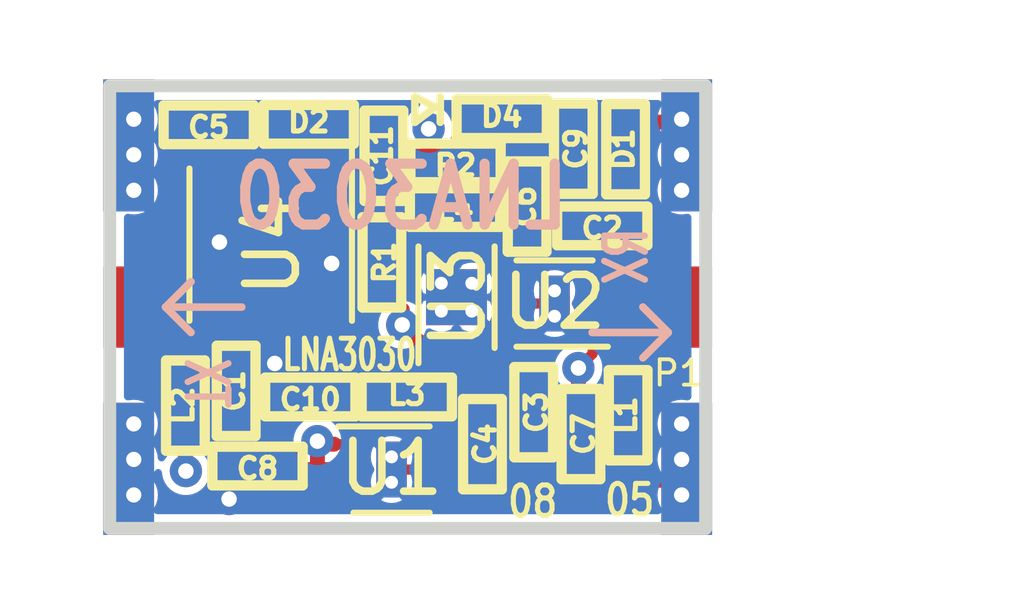
<source format=kicad_pcb>
(kicad_pcb (version 20171130) (host pcbnew 5.1.6)

  (general
    (thickness 0.8)
    (drawings 22)
    (tracks 134)
    (zones 0)
    (modules 25)
    (nets 18)
  )

  (page A4)
  (title_block
    (title LNA3030)
    (date 2020-08-05)
    (company "Copyright (c) 2014-2020 Great Scott Gadgets <info@greatscottgadgets.com>")
    (comment 1 "Licensed under the CERN-OHL-P v2")
  )

  (layers
    (0 F.Cu signal)
    (1 In1.Cu signal)
    (2 In2.Cu signal)
    (31 B.Cu signal)
    (32 B.Adhes user)
    (33 F.Adhes user)
    (34 B.Paste user)
    (35 F.Paste user)
    (36 B.SilkS user)
    (37 F.SilkS user)
    (38 B.Mask user)
    (39 F.Mask user)
    (40 Dwgs.User user)
    (41 Cmts.User user)
    (42 Eco1.User user)
    (43 Eco2.User user)
    (44 Edge.Cuts user)
    (45 Margin user)
    (46 B.CrtYd user)
    (47 F.CrtYd user)
    (48 B.Fab user)
    (49 F.Fab user)
  )

  (setup
    (last_trace_width 0.29337)
    (user_trace_width 0.2)
    (user_trace_width 0.25)
    (trace_clearance 0.127)
    (zone_clearance 0.1524)
    (zone_45_only yes)
    (trace_min 0.1524)
    (via_size 0.635)
    (via_drill 0.3048)
    (via_min_size 0.4572)
    (via_min_drill 0.254)
    (user_via 0.508 0.254)
    (uvia_size 0.508)
    (uvia_drill 0.127)
    (uvias_allowed no)
    (uvia_min_size 0.4572)
    (uvia_min_drill 0.127)
    (edge_width 0.1)
    (segment_width 0.2)
    (pcb_text_width 0.3)
    (pcb_text_size 1.5 1.5)
    (mod_edge_width 0.15)
    (mod_text_size 1 1)
    (mod_text_width 0.15)
    (pad_size 4.064 1.524)
    (pad_drill 0)
    (pad_to_mask_clearance 0.0508)
    (pad_to_paste_clearance_ratio -0.02)
    (aux_axis_origin 0 0)
    (visible_elements FFF9FFFF)
    (pcbplotparams
      (layerselection 0x010f8_ffffffff)
      (usegerberextensions true)
      (usegerberattributes false)
      (usegerberadvancedattributes false)
      (creategerberjobfile false)
      (excludeedgelayer true)
      (linewidth 0.150000)
      (plotframeref false)
      (viasonmask false)
      (mode 1)
      (useauxorigin false)
      (hpglpennumber 1)
      (hpglpenspeed 20)
      (hpglpendiameter 15.000000)
      (psnegative false)
      (psa4output false)
      (plotreference false)
      (plotvalue false)
      (plotinvisibletext false)
      (padsonsilk false)
      (subtractmaskfromsilk false)
      (outputformat 1)
      (mirror false)
      (drillshape 0)
      (scaleselection 1)
      (outputdirectory "gerbers"))
  )

  (net 0 "")
  (net 1 GND)
  (net 2 VCC)
  (net 3 "Net-(C1-Pad1)")
  (net 4 "Net-(C1-Pad2)")
  (net 5 "Net-(C2-Pad1)")
  (net 6 "Net-(C2-Pad2)")
  (net 7 "Net-(C5-Pad1)")
  (net 8 "Net-(C5-Pad2)")
  (net 9 "Net-(C10-Pad2)")
  (net 10 "Net-(D4-Pad2)")
  (net 11 "Net-(C6-Pad1)")
  (net 12 "Net-(C6-Pad2)")
  (net 13 "Net-(R1-Pad2)")
  (net 14 "Net-(C3-Pad1)")
  (net 15 "Net-(C3-Pad2)")
  (net 16 "Net-(C4-Pad1)")
  (net 17 "Net-(C4-Pad2)")

  (net_class Default "This is the default net class."
    (clearance 0.127)
    (trace_width 0.29337)
    (via_dia 0.635)
    (via_drill 0.3048)
    (uvia_dia 0.508)
    (uvia_drill 0.127)
    (diff_pair_width 0.2032)
    (diff_pair_gap 0.2032)
    (add_net GND)
    (add_net "Net-(C1-Pad1)")
    (add_net "Net-(C1-Pad2)")
    (add_net "Net-(C10-Pad2)")
    (add_net "Net-(C2-Pad1)")
    (add_net "Net-(C2-Pad2)")
    (add_net "Net-(C3-Pad1)")
    (add_net "Net-(C3-Pad2)")
    (add_net "Net-(C4-Pad1)")
    (add_net "Net-(C4-Pad2)")
    (add_net "Net-(C5-Pad1)")
    (add_net "Net-(C5-Pad2)")
    (add_net "Net-(C6-Pad1)")
    (add_net "Net-(C6-Pad2)")
    (add_net "Net-(D4-Pad2)")
    (add_net "Net-(R1-Pad2)")
    (add_net VCC)
  )

  (module gsg-modules:0402 (layer F.Cu) (tedit 5F26E02E) (tstamp 5EF02082)
    (at 128.92 96.4 180)
    (path /52F69FCE)
    (attr smd)
    (fp_text reference D2 (at 0 0.0508) (layer F.SilkS)
      (effects (font (size 0.4064 0.4064) (thickness 0.1016)))
    )
    (fp_text value D_TVS (at 0 0.0508) (layer F.SilkS) hide
      (effects (font (size 0.4064 0.4064) (thickness 0.1016)))
    )
    (fp_line (start -0.889 -0.381) (end 0.889 -0.381) (layer F.SilkS) (width 0.2032))
    (fp_line (start -0.889 0.381) (end -0.889 -0.381) (layer F.SilkS) (width 0.2032))
    (fp_line (start 0.889 0.381) (end -0.889 0.381) (layer F.SilkS) (width 0.2032))
    (fp_line (start 0.889 -0.381) (end 0.889 0.381) (layer F.SilkS) (width 0.2032))
    (fp_line (start -0.94 -0.43) (end 0.94 -0.43) (layer F.CrtYd) (width 0.05))
    (fp_line (start 0.94 -0.43) (end 0.94 0.43) (layer F.CrtYd) (width 0.05))
    (fp_line (start 0.94 0.43) (end -0.94 0.43) (layer F.CrtYd) (width 0.05))
    (fp_line (start -0.94 0.43) (end -0.94 -0.43) (layer F.CrtYd) (width 0.05))
    (pad 1 smd rect (at -0.5334 0 180) (size 0.508 0.5588) (layers F.Cu F.Paste F.Mask)
      (net 1 GND))
    (pad 2 smd rect (at 0.5334 0 180) (size 0.508 0.5588) (layers F.Cu F.Paste F.Mask)
      (net 8 "Net-(C5-Pad2)"))
  )

  (module gsg-modules:0402 (layer F.Cu) (tedit 5F26E02E) (tstamp 5F2BC96E)
    (at 126.49 101.94 270)
    (path /5F219001)
    (attr smd)
    (fp_text reference L2 (at 0 0.0508 90) (layer F.SilkS)
      (effects (font (size 0.4064 0.4064) (thickness 0.1016)))
    )
    (fp_text value 100nH (at 0 0.0508 90) (layer F.SilkS) hide
      (effects (font (size 0.4064 0.4064) (thickness 0.1016)))
    )
    (fp_line (start -0.889 -0.381) (end 0.889 -0.381) (layer F.SilkS) (width 0.2032))
    (fp_line (start -0.889 0.381) (end -0.889 -0.381) (layer F.SilkS) (width 0.2032))
    (fp_line (start 0.889 0.381) (end -0.889 0.381) (layer F.SilkS) (width 0.2032))
    (fp_line (start 0.889 -0.381) (end 0.889 0.381) (layer F.SilkS) (width 0.2032))
    (fp_line (start -0.94 -0.43) (end 0.94 -0.43) (layer F.CrtYd) (width 0.05))
    (fp_line (start 0.94 -0.43) (end 0.94 0.43) (layer F.CrtYd) (width 0.05))
    (fp_line (start 0.94 0.43) (end -0.94 0.43) (layer F.CrtYd) (width 0.05))
    (fp_line (start -0.94 0.43) (end -0.94 -0.43) (layer F.CrtYd) (width 0.05))
    (pad 1 smd rect (at -0.5334 0 270) (size 0.508 0.5588) (layers F.Cu F.Paste F.Mask)
      (net 7 "Net-(C5-Pad1)"))
    (pad 2 smd rect (at 0.5334 0 270) (size 0.508 0.5588) (layers F.Cu F.Paste F.Mask)
      (net 2 VCC))
  )

  (module LNA3030:DCC6C (layer F.Cu) (tedit 5F2765E4) (tstamp 5F2BB4B5)
    (at 128.17 98.77 270)
    (path /5F2BFA10)
    (fp_text reference U4 (at 0 -0.03 90) (layer F.SilkS)
      (effects (font (size 1 1) (thickness 0.15)))
    )
    (fp_text value SAW-DCC6C (at 0 -2.5 90) (layer F.Fab)
      (effects (font (size 1 1) (thickness 0.15)))
    )
    (fp_line (start 1.5 -1.5) (end 1.5 1.5) (layer F.Fab) (width 0.1))
    (fp_line (start 1.5 1.5) (end -1.5 1.5) (layer F.Fab) (width 0.1))
    (fp_line (start -1.5 -0.75) (end -0.75 -1.5) (layer F.Fab) (width 0.1))
    (fp_line (start -0.75 -1.5) (end 1.5 -1.5) (layer F.Fab) (width 0.1))
    (fp_line (start -1.5 1.5) (end -1.5 -0.75) (layer F.Fab) (width 0.1))
    (fp_line (start -1.9 -1.7) (end 1.9 -1.7) (layer F.CrtYd) (width 0.05))
    (fp_line (start 1.9 -1.7) (end 1.9 1.7) (layer F.CrtYd) (width 0.05))
    (fp_line (start 1.9 1.7) (end -1.9 1.7) (layer F.CrtYd) (width 0.05))
    (fp_line (start -1.9 1.7) (end -1.9 -1.7) (layer F.CrtYd) (width 0.05))
    (fp_line (start -1.9 -1.6) (end 1.5 -1.6) (layer F.SilkS) (width 0.12))
    (fp_line (start 1.5 1.6) (end -1.5 1.6) (layer F.SilkS) (width 0.12))
    (pad 6 smd rect (at 1.225 -1.2 270) (size 1 0.65) (layers F.Cu F.Paste F.Mask)
      (net 1 GND))
    (pad 5 smd rect (at 1.225 0 270) (size 1 0.65) (layers F.Cu F.Paste F.Mask)
      (net 3 "Net-(C1-Pad1)"))
    (pad 4 smd rect (at 1.225 1.2 90) (size 1 0.65) (layers F.Cu F.Paste F.Mask)
      (net 1 GND))
    (pad 3 smd rect (at -1.225 1.2 270) (size 1 0.65) (layers F.Cu F.Paste F.Mask)
      (net 1 GND))
    (pad 2 smd rect (at -1.225 0 270) (size 1 0.65) (layers F.Cu F.Paste F.Mask)
      (net 8 "Net-(C5-Pad2)"))
    (pad 1 smd rect (at -0.85 -1.2 270) (size 1.75 0.65) (layers F.Cu F.Paste F.Mask)
      (net 1 GND))
  )

  (module gsg-modules:0402 (layer F.Cu) (tedit 5F26E02E) (tstamp 5F28A231)
    (at 134.13 96.88 90)
    (path /5F2886C8)
    (attr smd)
    (fp_text reference C9 (at 0 0.0508 90) (layer F.SilkS)
      (effects (font (size 0.4064 0.4064) (thickness 0.1016)))
    )
    (fp_text value 1pF (at 0 0.0508 90) (layer F.SilkS) hide
      (effects (font (size 0.4064 0.4064) (thickness 0.1016)))
    )
    (fp_line (start -0.889 -0.381) (end 0.889 -0.381) (layer F.SilkS) (width 0.2032))
    (fp_line (start -0.889 0.381) (end -0.889 -0.381) (layer F.SilkS) (width 0.2032))
    (fp_line (start 0.889 0.381) (end -0.889 0.381) (layer F.SilkS) (width 0.2032))
    (fp_line (start 0.889 -0.381) (end 0.889 0.381) (layer F.SilkS) (width 0.2032))
    (fp_line (start -0.94 -0.43) (end 0.94 -0.43) (layer F.CrtYd) (width 0.05))
    (fp_line (start 0.94 -0.43) (end 0.94 0.43) (layer F.CrtYd) (width 0.05))
    (fp_line (start 0.94 0.43) (end -0.94 0.43) (layer F.CrtYd) (width 0.05))
    (fp_line (start -0.94 0.43) (end -0.94 -0.43) (layer F.CrtYd) (width 0.05))
    (pad 1 smd rect (at -0.5334 0 90) (size 0.508 0.5588) (layers F.Cu F.Paste F.Mask)
      (net 5 "Net-(C2-Pad1)"))
    (pad 2 smd rect (at 0.5334 0 90) (size 0.508 0.5588) (layers F.Cu F.Paste F.Mask)
      (net 1 GND))
  )

  (module gsg-modules:SMA-KIT-1.5MF (layer F.Cu) (tedit 5F26EE20) (tstamp 5F2BE2E3)
    (at 136.863 100 180)
    (path /5EF2B48D)
    (attr virtual)
    (fp_text reference P1 (at 0.663 -1.3) (layer F.SilkS)
      (effects (font (size 0.5 0.5) (thickness 0.075)))
    )
    (fp_text value SMA-KIT-1.5MF (at 0 5.2) (layer F.Fab)
      (effects (font (size 1 1) (thickness 0.15)))
    )
    (fp_text user %R (at 0.663 -1.3) (layer F.Fab)
      (effects (font (size 0.5 0.5) (thickness 0.075)))
    )
    (pad 4 smd rect (at 11.49 3.185) (size 1 2.6) (layers B.Cu B.Mask)
      (net 1 GND))
    (pad 4 thru_hole circle (at 11.39 3.7) (size 0.64 0.64) (drill 0.3) (layers *.Cu *.Mask)
      (net 1 GND))
    (pad 4 smd rect (at 11.49 -3.185) (size 1 2.6) (layers F.Cu F.Mask)
      (net 1 GND))
    (pad 4 thru_hole circle (at 11.39 -3) (size 0.64 0.64) (drill 0.3) (layers *.Cu *.Mask)
      (net 1 GND))
    (pad 4 thru_hole circle (at 11.39 2.3) (size 0.64 0.64) (drill 0.3) (layers *.Cu *.Mask)
      (net 1 GND))
    (pad 4 thru_hole circle (at 11.39 -2.3) (size 0.64 0.64) (drill 0.3) (layers *.Cu *.Mask)
      (net 1 GND))
    (pad 4 thru_hole circle (at 11.39 3) (size 0.64 0.64) (drill 0.3) (layers *.Cu *.Mask)
      (net 1 GND))
    (pad 4 smd rect (at 11.49 3.185) (size 1 2.6) (layers F.Cu F.Mask)
      (net 1 GND))
    (pad 3 smd rect (at 11.24 0) (size 1.5 1.6) (layers F.Cu F.Mask)
      (net 7 "Net-(C5-Pad1)"))
    (pad 4 smd rect (at 11.49 -3.185) (size 1 2.6) (layers B.Cu B.Mask)
      (net 1 GND))
    (pad 4 thru_hole circle (at 11.39 -3.7) (size 0.64 0.64) (drill 0.3) (layers *.Cu *.Mask)
      (net 1 GND))
    (pad 2 thru_hole circle (at 0.6 3.7 180) (size 0.64 0.64) (drill 0.3) (layers *.Cu *.Mask)
      (net 1 GND))
    (pad 2 thru_hole circle (at 0.6 3 180) (size 0.64 0.64) (drill 0.3) (layers *.Cu *.Mask)
      (net 1 GND))
    (pad 2 thru_hole circle (at 0.6 2.3 180) (size 0.64 0.64) (drill 0.3) (layers *.Cu *.Mask)
      (net 1 GND))
    (pad 2 thru_hole circle (at 0.6 -3.7 180) (size 0.64 0.64) (drill 0.3) (layers *.Cu *.Mask)
      (net 1 GND))
    (pad 2 thru_hole circle (at 0.6 -3 180) (size 0.64 0.64) (drill 0.3) (layers *.Cu *.Mask)
      (net 1 GND))
    (pad 2 thru_hole circle (at 0.6 -2.3 180) (size 0.64 0.64) (drill 0.3) (layers *.Cu *.Mask)
      (net 1 GND))
    (pad 1 smd rect (at 0.75 0 180) (size 1.5 1.6) (layers F.Cu F.Mask)
      (net 6 "Net-(C2-Pad2)"))
    (pad 2 smd rect (at 0.5 -3.185 180) (size 1 2.6) (layers F.Cu F.Mask)
      (net 1 GND))
    (pad 2 smd rect (at 0.5 3.185 180) (size 1 2.6) (layers B.Cu B.Mask)
      (net 1 GND))
    (pad 2 smd rect (at 0.5 -3.185 180) (size 1 2.6) (layers B.Cu B.Mask)
      (net 1 GND))
    (pad 2 smd rect (at 0.5 3.185 180) (size 1 2.6) (layers F.Cu F.Mask)
      (net 1 GND))
  )

  (module gsg-modules:GRF6011 (layer F.Cu) (tedit 5F279363) (tstamp 5F278692)
    (at 133.76 99.93 180)
    (path /5EF6E285)
    (attr smd)
    (fp_text reference U2 (at 0 0.03) (layer F.SilkS)
      (effects (font (size 1 1) (thickness 0.15)))
    )
    (fp_text value SWITCH (at 0 1.6) (layer F.Fab)
      (effects (font (size 1 1) (thickness 0.15)))
    )
    (fp_line (start -1.1 0.9) (end -1.1 -0.9) (layer F.CrtYd) (width 0.05))
    (fp_line (start 1.1 0.9) (end -1.1 0.9) (layer F.CrtYd) (width 0.05))
    (fp_line (start 1.1 -0.9) (end 1.1 0.9) (layer F.CrtYd) (width 0.05))
    (fp_line (start -1.1 -0.9) (end 1.1 -0.9) (layer F.CrtYd) (width 0.05))
    (fp_line (start 0.75 -0.75) (end 0.75 0.75) (layer F.Fab) (width 0.1))
    (fp_line (start 0.75 0.75) (end -0.75 0.75) (layer F.Fab) (width 0.1))
    (fp_line (start 0.75 0.85) (end -0.75 0.85) (layer F.SilkS) (width 0.12))
    (fp_line (start 0.75 -0.85) (end -1.05 -0.85) (layer F.SilkS) (width 0.12))
    (fp_line (start -0.75 -0.35) (end -0.35 -0.75) (layer F.Fab) (width 0.1))
    (fp_line (start -0.35 -0.75) (end 0.75 -0.75) (layer F.Fab) (width 0.1))
    (fp_line (start -0.75 -0.35) (end -0.75 0.75) (layer F.Fab) (width 0.1))
    (fp_text user %R (at 0 0) (layer F.Fab)
      (effects (font (size 0.5 0.3) (thickness 0.075)))
    )
    (pad 7 smd rect (at 0 0 180) (size 0.6 0.3) (layers F.Cu F.Paste)
      (net 1 GND))
    (pad 7 smd rect (at 0 0.45 180) (size 0.6 0.2) (layers F.Cu F.Paste)
      (net 1 GND))
    (pad 7 smd rect (at 0 -0.45 180) (size 0.6 0.2) (layers F.Cu F.Paste)
      (net 1 GND))
    (pad 7 smd rect (at 0 0 180) (size 0.6 1.1) (layers B.Cu)
      (net 1 GND))
    (pad 7 thru_hole circle (at 0 0.25 180) (size 0.508 0.508) (drill 0.254) (layers *.Cu *.Mask)
      (net 1 GND))
    (pad 7 thru_hole circle (at 0 -0.25 180) (size 0.508 0.508) (drill 0.254) (layers *.Cu *.Mask)
      (net 1 GND))
    (pad 7 smd rect (at 0 0 180) (size 0.6 1.1) (layers F.Cu F.Mask)
      (net 1 GND))
    (pad 6 smd rect (at 0.75 -0.5 180) (size 0.4 0.2) (layers F.Cu F.Paste F.Mask)
      (net 15 "Net-(C3-Pad2)"))
    (pad 5 smd rect (at 0.75 0 180) (size 0.4 0.2) (layers F.Cu F.Paste F.Mask)
      (net 1 GND))
    (pad 4 smd rect (at 0.75 0.5 180) (size 0.4 0.2) (layers F.Cu F.Paste F.Mask)
      (net 12 "Net-(C6-Pad2)"))
    (pad 3 smd rect (at -0.75 0.5 180) (size 0.4 0.2) (layers F.Cu F.Paste F.Mask)
      (net 5 "Net-(C2-Pad1)"))
    (pad 2 smd rect (at -0.75 0 180) (size 0.4 0.2) (layers F.Cu F.Paste F.Mask)
      (net 2 VCC))
    (pad 1 smd rect (at -0.75 -0.5 180) (size 0.4 0.2) (layers F.Cu F.Paste F.Mask)
      (net 2 VCC))
  )

  (module gsg-modules:TSLP-7-1 (layer F.Cu) (tedit 5F26DB3A) (tstamp 5F2788A4)
    (at 131.83 99.805)
    (path /52F68792)
    (attr smd)
    (fp_text reference U3 (at 0.03 -0.01 90) (layer F.SilkS)
      (effects (font (size 1 1) (thickness 0.15)))
    )
    (fp_text value LNA (at 0 2) (layer F.Fab)
      (effects (font (size 1 1) (thickness 0.15)))
    )
    (fp_line (start -0.75 -1) (end -0.75 1.3) (layer F.SilkS) (width 0.12))
    (fp_line (start 0.75 -1) (end 0.75 1) (layer F.SilkS) (width 0.12))
    (fp_line (start -0.65 -1) (end 0.65 -1) (layer F.Fab) (width 0.1))
    (fp_line (start 0.65 -1) (end 0.65 1) (layer F.Fab) (width 0.1))
    (fp_line (start 0.65 1) (end -0.35 1) (layer F.Fab) (width 0.1))
    (fp_line (start -0.65 0.7) (end -0.65 -1) (layer F.Fab) (width 0.1))
    (fp_line (start -0.8 -1.25) (end 0.8 -1.25) (layer F.CrtYd) (width 0.05))
    (fp_line (start 0.8 -1.25) (end 0.8 1.25) (layer F.CrtYd) (width 0.05))
    (fp_line (start 0.8 1.25) (end -0.8 1.25) (layer F.CrtYd) (width 0.05))
    (fp_line (start -0.8 1.25) (end -0.8 -1.25) (layer F.CrtYd) (width 0.05))
    (fp_line (start -0.35 1) (end -0.65 0.7) (layer F.Fab) (width 0.1))
    (fp_text user %R (at 0 0 90) (layer F.Fab)
      (effects (font (size 0.5 0.5) (thickness 0.075)))
    )
    (pad 7 smd rect (at 0.45 0.4) (size 0.3 0.3) (layers F.Cu F.Paste)
      (net 1 GND))
    (pad 7 smd rect (at 0 0.4) (size 0.3 0.3) (layers F.Cu F.Paste)
      (net 1 GND))
    (pad 7 smd rect (at -0.45 0.4) (size 0.3 0.3) (layers F.Cu F.Paste)
      (net 1 GND))
    (pad 7 smd rect (at -0.45 0) (size 0.3 0.3) (layers F.Cu F.Paste)
      (net 1 GND))
    (pad 7 smd rect (at -0.45 -0.4) (size 0.3 0.3) (layers F.Cu F.Paste)
      (net 1 GND))
    (pad 7 smd rect (at 0 -0.4) (size 0.3 0.3) (layers F.Cu F.Paste)
      (net 1 GND))
    (pad 7 smd rect (at 0.45 -0.4) (size 0.3 0.3) (layers F.Cu F.Paste)
      (net 1 GND))
    (pad 7 smd rect (at 0.45 0) (size 0.3 0.3) (layers F.Cu F.Paste)
      (net 1 GND))
    (pad 7 thru_hole circle (at -0.3 -0.275) (size 0.5 0.5) (drill 0.254) (layers *.Cu *.Mask)
      (net 1 GND))
    (pad 7 thru_hole circle (at -0.3 0.275) (size 0.5 0.5) (drill 0.254) (layers *.Cu *.Mask)
      (net 1 GND))
    (pad 7 thru_hole circle (at 0.3 0.275) (size 0.5 0.5) (drill 0.254) (layers *.Cu *.Mask)
      (net 1 GND))
    (pad 7 thru_hole circle (at 0.3 -0.275) (size 0.5 0.5) (drill 0.254) (layers *.Cu *.Mask)
      (net 1 GND))
    (pad 7 smd rect (at 0 0) (size 1.2 1.1) (layers F.Cu F.Mask)
      (net 1 GND))
    (pad 7 smd rect (at 0 0) (size 0.3 0.3) (layers F.Cu F.Paste)
      (net 1 GND))
    (pad 6 smd rect (at -0.5 -0.925) (size 0.3 0.35) (layers F.Cu F.Paste F.Mask)
      (net 13 "Net-(R1-Pad2)"))
    (pad 5 smd rect (at 0 -0.925) (size 0.3 0.35) (layers F.Cu F.Paste F.Mask)
      (net 2 VCC))
    (pad 4 smd rect (at 0.5 -0.925) (size 0.3 0.35) (layers F.Cu F.Paste F.Mask)
      (net 11 "Net-(C6-Pad1)"))
    (pad 3 smd rect (at 0.5 0.925) (size 0.3 0.35) (layers F.Cu F.Paste F.Mask)
      (net 17 "Net-(C4-Pad2)"))
    (pad 2 smd rect (at 0 0.925) (size 0.3 0.35) (layers F.Cu F.Paste F.Mask)
      (net 9 "Net-(C10-Pad2)"))
    (pad 1 smd rect (at -0.5 0.925) (size 0.3 0.35) (layers F.Cu F.Paste F.Mask)
      (net 2 VCC) (die_length 3.40614))
    (pad 7 smd rect (at 0 0) (size 1.2 1.1) (layers B.Cu)
      (net 1 GND))
  )

  (module gsg-modules:GRF6011 (layer F.Cu) (tedit 5F279363) (tstamp 5F2BEA68)
    (at 130.55 103.2)
    (path /5EF1EE32)
    (attr smd)
    (fp_text reference U1 (at 0 -0.03) (layer F.SilkS)
      (effects (font (size 1 1) (thickness 0.15)))
    )
    (fp_text value SWITCH (at 0 1.6) (layer F.Fab)
      (effects (font (size 1 1) (thickness 0.15)))
    )
    (fp_text user %R (at 0 0) (layer F.Fab)
      (effects (font (size 0.5 0.3) (thickness 0.075)))
    )
    (fp_line (start -0.75 -0.35) (end -0.75 0.75) (layer F.Fab) (width 0.1))
    (fp_line (start -0.35 -0.75) (end 0.75 -0.75) (layer F.Fab) (width 0.1))
    (fp_line (start -0.75 -0.35) (end -0.35 -0.75) (layer F.Fab) (width 0.1))
    (fp_line (start 0.75 -0.85) (end -1.05 -0.85) (layer F.SilkS) (width 0.12))
    (fp_line (start 0.75 0.85) (end -0.75 0.85) (layer F.SilkS) (width 0.12))
    (fp_line (start 0.75 0.75) (end -0.75 0.75) (layer F.Fab) (width 0.1))
    (fp_line (start 0.75 -0.75) (end 0.75 0.75) (layer F.Fab) (width 0.1))
    (fp_line (start -1.1 -0.9) (end 1.1 -0.9) (layer F.CrtYd) (width 0.05))
    (fp_line (start 1.1 -0.9) (end 1.1 0.9) (layer F.CrtYd) (width 0.05))
    (fp_line (start 1.1 0.9) (end -1.1 0.9) (layer F.CrtYd) (width 0.05))
    (fp_line (start -1.1 0.9) (end -1.1 -0.9) (layer F.CrtYd) (width 0.05))
    (pad 1 smd rect (at -0.75 -0.5) (size 0.4 0.2) (layers F.Cu F.Paste F.Mask)
      (net 2 VCC))
    (pad 2 smd rect (at -0.75 0) (size 0.4 0.2) (layers F.Cu F.Paste F.Mask)
      (net 2 VCC))
    (pad 3 smd rect (at -0.75 0.5) (size 0.4 0.2) (layers F.Cu F.Paste F.Mask)
      (net 4 "Net-(C1-Pad2)"))
    (pad 4 smd rect (at 0.75 0.5) (size 0.4 0.2) (layers F.Cu F.Paste F.Mask)
      (net 16 "Net-(C4-Pad1)"))
    (pad 5 smd rect (at 0.75 0) (size 0.4 0.2) (layers F.Cu F.Paste F.Mask)
      (net 1 GND))
    (pad 6 smd rect (at 0.75 -0.5) (size 0.4 0.2) (layers F.Cu F.Paste F.Mask)
      (net 14 "Net-(C3-Pad1)"))
    (pad 7 smd rect (at 0 0) (size 0.6 1.1) (layers F.Cu F.Mask)
      (net 1 GND))
    (pad 7 thru_hole circle (at 0 -0.25) (size 0.508 0.508) (drill 0.254) (layers *.Cu *.Mask)
      (net 1 GND))
    (pad 7 thru_hole circle (at 0 0.25) (size 0.508 0.508) (drill 0.254) (layers *.Cu *.Mask)
      (net 1 GND))
    (pad 7 smd rect (at 0 0) (size 0.6 1.1) (layers B.Cu)
      (net 1 GND))
    (pad 7 smd rect (at 0 -0.45) (size 0.6 0.2) (layers F.Cu F.Paste)
      (net 1 GND))
    (pad 7 smd rect (at 0 0.45) (size 0.6 0.2) (layers F.Cu F.Paste)
      (net 1 GND))
    (pad 7 smd rect (at 0 0) (size 0.6 0.3) (layers F.Cu F.Paste)
      (net 1 GND))
  )

  (module gsg-modules:0402 (layer F.Cu) (tedit 5F26E02E) (tstamp 5EF09A23)
    (at 131.81 97.16)
    (path /52F68CBB)
    (attr smd)
    (fp_text reference R2 (at 0 0.0508) (layer F.SilkS)
      (effects (font (size 0.4064 0.4064) (thickness 0.1016)))
    )
    (fp_text value 470 (at 0 0.0508) (layer F.SilkS) hide
      (effects (font (size 0.4064 0.4064) (thickness 0.1016)))
    )
    (fp_line (start -0.889 -0.381) (end 0.889 -0.381) (layer F.SilkS) (width 0.2032))
    (fp_line (start -0.889 0.381) (end -0.889 -0.381) (layer F.SilkS) (width 0.2032))
    (fp_line (start 0.889 0.381) (end -0.889 0.381) (layer F.SilkS) (width 0.2032))
    (fp_line (start 0.889 -0.381) (end 0.889 0.381) (layer F.SilkS) (width 0.2032))
    (fp_line (start -0.94 -0.43) (end 0.94 -0.43) (layer F.CrtYd) (width 0.05))
    (fp_line (start 0.94 -0.43) (end 0.94 0.43) (layer F.CrtYd) (width 0.05))
    (fp_line (start 0.94 0.43) (end -0.94 0.43) (layer F.CrtYd) (width 0.05))
    (fp_line (start -0.94 0.43) (end -0.94 -0.43) (layer F.CrtYd) (width 0.05))
    (pad 1 smd rect (at -0.5334 0) (size 0.508 0.5588) (layers F.Cu F.Paste F.Mask)
      (net 2 VCC))
    (pad 2 smd rect (at 0.5334 0) (size 0.508 0.5588) (layers F.Cu F.Paste F.Mask)
      (net 10 "Net-(D4-Pad2)"))
  )

  (module gsg-modules:0402 (layer F.Cu) (tedit 5F26E02E) (tstamp 5EF0949D)
    (at 130.36 99.12 90)
    (path /52F68800)
    (attr smd)
    (fp_text reference R1 (at 0 0.0508 90) (layer F.SilkS)
      (effects (font (size 0.4064 0.4064) (thickness 0.1016)))
    )
    (fp_text value 3k (at 0 0.0508 90) (layer F.SilkS) hide
      (effects (font (size 0.4064 0.4064) (thickness 0.1016)))
    )
    (fp_line (start -0.889 -0.381) (end 0.889 -0.381) (layer F.SilkS) (width 0.2032))
    (fp_line (start -0.889 0.381) (end -0.889 -0.381) (layer F.SilkS) (width 0.2032))
    (fp_line (start 0.889 0.381) (end -0.889 0.381) (layer F.SilkS) (width 0.2032))
    (fp_line (start 0.889 -0.381) (end 0.889 0.381) (layer F.SilkS) (width 0.2032))
    (fp_line (start -0.94 -0.43) (end 0.94 -0.43) (layer F.CrtYd) (width 0.05))
    (fp_line (start 0.94 -0.43) (end 0.94 0.43) (layer F.CrtYd) (width 0.05))
    (fp_line (start 0.94 0.43) (end -0.94 0.43) (layer F.CrtYd) (width 0.05))
    (fp_line (start -0.94 0.43) (end -0.94 -0.43) (layer F.CrtYd) (width 0.05))
    (pad 1 smd rect (at -0.5334 0 90) (size 0.508 0.5588) (layers F.Cu F.Paste F.Mask)
      (net 2 VCC))
    (pad 2 smd rect (at 0.5334 0 90) (size 0.508 0.5588) (layers F.Cu F.Paste F.Mask)
      (net 13 "Net-(R1-Pad2)"))
  )

  (module gsg-modules:0402 (layer F.Cu) (tedit 5F26E02E) (tstamp 5F282B4A)
    (at 131.8 98.04)
    (path /52F688CD)
    (attr smd)
    (fp_text reference L4 (at 0 0.0508) (layer F.SilkS)
      (effects (font (size 0.4064 0.4064) (thickness 0.1016)))
    )
    (fp_text value 100nH (at 0 0.0508) (layer F.SilkS) hide
      (effects (font (size 0.4064 0.4064) (thickness 0.1016)))
    )
    (fp_line (start -0.889 -0.381) (end 0.889 -0.381) (layer F.SilkS) (width 0.2032))
    (fp_line (start -0.889 0.381) (end -0.889 -0.381) (layer F.SilkS) (width 0.2032))
    (fp_line (start 0.889 0.381) (end -0.889 0.381) (layer F.SilkS) (width 0.2032))
    (fp_line (start 0.889 -0.381) (end 0.889 0.381) (layer F.SilkS) (width 0.2032))
    (fp_line (start -0.94 -0.43) (end 0.94 -0.43) (layer F.CrtYd) (width 0.05))
    (fp_line (start 0.94 -0.43) (end 0.94 0.43) (layer F.CrtYd) (width 0.05))
    (fp_line (start 0.94 0.43) (end -0.94 0.43) (layer F.CrtYd) (width 0.05))
    (fp_line (start -0.94 0.43) (end -0.94 -0.43) (layer F.CrtYd) (width 0.05))
    (pad 1 smd rect (at -0.5334 0) (size 0.508 0.5588) (layers F.Cu F.Paste F.Mask)
      (net 2 VCC))
    (pad 2 smd rect (at 0.5334 0) (size 0.508 0.5588) (layers F.Cu F.Paste F.Mask)
      (net 11 "Net-(C6-Pad1)"))
  )

  (module gsg-modules:0402 (layer F.Cu) (tedit 5F26E02E) (tstamp 5F273959)
    (at 130.85 101.77 180)
    (path /52F68C24)
    (attr smd)
    (fp_text reference L3 (at 0 0.0508) (layer F.SilkS)
      (effects (font (size 0.4064 0.4064) (thickness 0.1016)))
    )
    (fp_text value 100nH (at 0 0.0508) (layer F.SilkS) hide
      (effects (font (size 0.4064 0.4064) (thickness 0.1016)))
    )
    (fp_line (start -0.889 -0.381) (end 0.889 -0.381) (layer F.SilkS) (width 0.2032))
    (fp_line (start -0.889 0.381) (end -0.889 -0.381) (layer F.SilkS) (width 0.2032))
    (fp_line (start 0.889 0.381) (end -0.889 0.381) (layer F.SilkS) (width 0.2032))
    (fp_line (start 0.889 -0.381) (end 0.889 0.381) (layer F.SilkS) (width 0.2032))
    (fp_line (start -0.94 -0.43) (end 0.94 -0.43) (layer F.CrtYd) (width 0.05))
    (fp_line (start 0.94 -0.43) (end 0.94 0.43) (layer F.CrtYd) (width 0.05))
    (fp_line (start 0.94 0.43) (end -0.94 0.43) (layer F.CrtYd) (width 0.05))
    (fp_line (start -0.94 0.43) (end -0.94 -0.43) (layer F.CrtYd) (width 0.05))
    (pad 1 smd rect (at -0.5334 0 180) (size 0.508 0.5588) (layers F.Cu F.Paste F.Mask)
      (net 17 "Net-(C4-Pad2)"))
    (pad 2 smd rect (at 0.5334 0 180) (size 0.508 0.5588) (layers F.Cu F.Paste F.Mask)
      (net 9 "Net-(C10-Pad2)"))
  )

  (module gsg-modules:0402 (layer F.Cu) (tedit 5F26E02E) (tstamp 5F282AE1)
    (at 135.21 102.13 270)
    (path /52F68C64)
    (attr smd)
    (fp_text reference L1 (at 0 0.0508 90) (layer F.SilkS)
      (effects (font (size 0.4064 0.4064) (thickness 0.1016)))
    )
    (fp_text value 100nH (at 0 0.0508 90) (layer F.SilkS) hide
      (effects (font (size 0.4064 0.4064) (thickness 0.1016)))
    )
    (fp_line (start -0.889 -0.381) (end 0.889 -0.381) (layer F.SilkS) (width 0.2032))
    (fp_line (start -0.889 0.381) (end -0.889 -0.381) (layer F.SilkS) (width 0.2032))
    (fp_line (start 0.889 0.381) (end -0.889 0.381) (layer F.SilkS) (width 0.2032))
    (fp_line (start 0.889 -0.381) (end 0.889 0.381) (layer F.SilkS) (width 0.2032))
    (fp_line (start -0.94 -0.43) (end 0.94 -0.43) (layer F.CrtYd) (width 0.05))
    (fp_line (start 0.94 -0.43) (end 0.94 0.43) (layer F.CrtYd) (width 0.05))
    (fp_line (start 0.94 0.43) (end -0.94 0.43) (layer F.CrtYd) (width 0.05))
    (fp_line (start -0.94 0.43) (end -0.94 -0.43) (layer F.CrtYd) (width 0.05))
    (pad 1 smd rect (at -0.5334 0 270) (size 0.508 0.5588) (layers F.Cu F.Paste F.Mask)
      (net 6 "Net-(C2-Pad2)"))
    (pad 2 smd rect (at 0.5334 0 270) (size 0.508 0.5588) (layers F.Cu F.Paste F.Mask)
      (net 2 VCC))
  )

  (module gsg-modules:0402 (layer F.Cu) (tedit 5F26E02E) (tstamp 5F2BCAC6)
    (at 132.72 96.29 180)
    (path /52F51772)
    (attr smd)
    (fp_text reference D4 (at 0 0.0508) (layer F.SilkS)
      (effects (font (size 0.4064 0.4064) (thickness 0.1016)))
    )
    (fp_text value LNALED (at 0 0.0508) (layer F.SilkS) hide
      (effects (font (size 0.4064 0.4064) (thickness 0.1016)))
    )
    (fp_line (start -0.889 -0.381) (end 0.889 -0.381) (layer F.SilkS) (width 0.2032))
    (fp_line (start -0.889 0.381) (end -0.889 -0.381) (layer F.SilkS) (width 0.2032))
    (fp_line (start 0.889 0.381) (end -0.889 0.381) (layer F.SilkS) (width 0.2032))
    (fp_line (start 0.889 -0.381) (end 0.889 0.381) (layer F.SilkS) (width 0.2032))
    (fp_line (start -0.94 -0.43) (end 0.94 -0.43) (layer F.CrtYd) (width 0.05))
    (fp_line (start 0.94 -0.43) (end 0.94 0.43) (layer F.CrtYd) (width 0.05))
    (fp_line (start 0.94 0.43) (end -0.94 0.43) (layer F.CrtYd) (width 0.05))
    (fp_line (start -0.94 0.43) (end -0.94 -0.43) (layer F.CrtYd) (width 0.05))
    (pad 1 smd rect (at -0.5334 0 180) (size 0.508 0.5588) (layers F.Cu F.Paste F.Mask)
      (net 1 GND))
    (pad 2 smd rect (at 0.5334 0 180) (size 0.508 0.5588) (layers F.Cu F.Paste F.Mask)
      (net 10 "Net-(D4-Pad2)"))
  )

  (module gsg-modules:0402 (layer F.Cu) (tedit 5F26E02E) (tstamp 5F26AD58)
    (at 135.16 96.89 270)
    (path /52F44107)
    (attr smd)
    (fp_text reference D1 (at 0 0.0508 90) (layer F.SilkS)
      (effects (font (size 0.4064 0.4064) (thickness 0.1016)))
    )
    (fp_text value D_TVS (at 0 0.0508 90) (layer F.SilkS) hide
      (effects (font (size 0.4064 0.4064) (thickness 0.1016)))
    )
    (fp_line (start -0.889 -0.381) (end 0.889 -0.381) (layer F.SilkS) (width 0.2032))
    (fp_line (start -0.889 0.381) (end -0.889 -0.381) (layer F.SilkS) (width 0.2032))
    (fp_line (start 0.889 0.381) (end -0.889 0.381) (layer F.SilkS) (width 0.2032))
    (fp_line (start 0.889 -0.381) (end 0.889 0.381) (layer F.SilkS) (width 0.2032))
    (fp_line (start -0.94 -0.43) (end 0.94 -0.43) (layer F.CrtYd) (width 0.05))
    (fp_line (start 0.94 -0.43) (end 0.94 0.43) (layer F.CrtYd) (width 0.05))
    (fp_line (start 0.94 0.43) (end -0.94 0.43) (layer F.CrtYd) (width 0.05))
    (fp_line (start -0.94 0.43) (end -0.94 -0.43) (layer F.CrtYd) (width 0.05))
    (pad 1 smd rect (at -0.5334 0 270) (size 0.508 0.5588) (layers F.Cu F.Paste F.Mask)
      (net 1 GND))
    (pad 2 smd rect (at 0.5334 0 270) (size 0.508 0.5588) (layers F.Cu F.Paste F.Mask)
      (net 6 "Net-(C2-Pad2)"))
  )

  (module gsg-modules:0402 (layer F.Cu) (tedit 5F26E02E) (tstamp 5EF09436)
    (at 130.4 97.02 270)
    (path /52F69F2A)
    (attr smd)
    (fp_text reference C11 (at 0 0.0508 90) (layer F.SilkS)
      (effects (font (size 0.4064 0.4064) (thickness 0.1016)))
    )
    (fp_text value 1uF (at 0 0.0508 90) (layer F.SilkS) hide
      (effects (font (size 0.4064 0.4064) (thickness 0.1016)))
    )
    (fp_line (start -0.889 -0.381) (end 0.889 -0.381) (layer F.SilkS) (width 0.2032))
    (fp_line (start -0.889 0.381) (end -0.889 -0.381) (layer F.SilkS) (width 0.2032))
    (fp_line (start 0.889 0.381) (end -0.889 0.381) (layer F.SilkS) (width 0.2032))
    (fp_line (start 0.889 -0.381) (end 0.889 0.381) (layer F.SilkS) (width 0.2032))
    (fp_line (start -0.94 -0.43) (end 0.94 -0.43) (layer F.CrtYd) (width 0.05))
    (fp_line (start 0.94 -0.43) (end 0.94 0.43) (layer F.CrtYd) (width 0.05))
    (fp_line (start 0.94 0.43) (end -0.94 0.43) (layer F.CrtYd) (width 0.05))
    (fp_line (start -0.94 0.43) (end -0.94 -0.43) (layer F.CrtYd) (width 0.05))
    (pad 1 smd rect (at -0.5334 0 270) (size 0.508 0.5588) (layers F.Cu F.Paste F.Mask)
      (net 1 GND))
    (pad 2 smd rect (at 0.5334 0 270) (size 0.508 0.5588) (layers F.Cu F.Paste F.Mask)
      (net 2 VCC))
  )

  (module gsg-modules:0402 (layer F.Cu) (tedit 5F26E02E) (tstamp 5EF08940)
    (at 128.95 101.77)
    (path /52F68A00)
    (attr smd)
    (fp_text reference C10 (at 0 0.0508) (layer F.SilkS)
      (effects (font (size 0.4064 0.4064) (thickness 0.1016)))
    )
    (fp_text value 1uF (at 0 0.0508) (layer F.SilkS) hide
      (effects (font (size 0.4064 0.4064) (thickness 0.1016)))
    )
    (fp_line (start -0.94 0.43) (end -0.94 -0.43) (layer F.CrtYd) (width 0.05))
    (fp_line (start 0.94 0.43) (end -0.94 0.43) (layer F.CrtYd) (width 0.05))
    (fp_line (start 0.94 -0.43) (end 0.94 0.43) (layer F.CrtYd) (width 0.05))
    (fp_line (start -0.94 -0.43) (end 0.94 -0.43) (layer F.CrtYd) (width 0.05))
    (fp_line (start 0.889 -0.381) (end 0.889 0.381) (layer F.SilkS) (width 0.2032))
    (fp_line (start 0.889 0.381) (end -0.889 0.381) (layer F.SilkS) (width 0.2032))
    (fp_line (start -0.889 0.381) (end -0.889 -0.381) (layer F.SilkS) (width 0.2032))
    (fp_line (start -0.889 -0.381) (end 0.889 -0.381) (layer F.SilkS) (width 0.2032))
    (pad 2 smd rect (at 0.5334 0) (size 0.508 0.5588) (layers F.Cu F.Paste F.Mask)
      (net 9 "Net-(C10-Pad2)"))
    (pad 1 smd rect (at -0.5334 0) (size 0.508 0.5588) (layers F.Cu F.Paste F.Mask)
      (net 1 GND))
  )

  (module gsg-modules:0402 (layer F.Cu) (tedit 5F26E02E) (tstamp 5EF090B0)
    (at 133.22 98.02 270)
    (path /52F69EBA)
    (attr smd)
    (fp_text reference C6 (at 0 0.0508 90) (layer F.SilkS)
      (effects (font (size 0.4064 0.4064) (thickness 0.1016)))
    )
    (fp_text value 47pF (at 0 0.0508 90) (layer F.SilkS) hide
      (effects (font (size 0.4064 0.4064) (thickness 0.1016)))
    )
    (fp_line (start -0.889 -0.381) (end 0.889 -0.381) (layer F.SilkS) (width 0.2032))
    (fp_line (start -0.889 0.381) (end -0.889 -0.381) (layer F.SilkS) (width 0.2032))
    (fp_line (start 0.889 0.381) (end -0.889 0.381) (layer F.SilkS) (width 0.2032))
    (fp_line (start 0.889 -0.381) (end 0.889 0.381) (layer F.SilkS) (width 0.2032))
    (fp_line (start -0.94 -0.43) (end 0.94 -0.43) (layer F.CrtYd) (width 0.05))
    (fp_line (start 0.94 -0.43) (end 0.94 0.43) (layer F.CrtYd) (width 0.05))
    (fp_line (start 0.94 0.43) (end -0.94 0.43) (layer F.CrtYd) (width 0.05))
    (fp_line (start -0.94 0.43) (end -0.94 -0.43) (layer F.CrtYd) (width 0.05))
    (pad 1 smd rect (at -0.5334 0 270) (size 0.508 0.5588) (layers F.Cu F.Paste F.Mask)
      (net 11 "Net-(C6-Pad1)"))
    (pad 2 smd rect (at 0.5334 0 270) (size 0.508 0.5588) (layers F.Cu F.Paste F.Mask)
      (net 12 "Net-(C6-Pad2)"))
  )

  (module gsg-modules:0402 (layer F.Cu) (tedit 5F26E02E) (tstamp 5F2BEA2F)
    (at 132.34 102.7 90)
    (path /52F69EB1)
    (attr smd)
    (fp_text reference C4 (at 0 0.0508 90) (layer F.SilkS)
      (effects (font (size 0.4064 0.4064) (thickness 0.1016)))
    )
    (fp_text value 47pF (at 0 0.0508 90) (layer F.SilkS) hide
      (effects (font (size 0.4064 0.4064) (thickness 0.1016)))
    )
    (fp_line (start -0.94 0.43) (end -0.94 -0.43) (layer F.CrtYd) (width 0.05))
    (fp_line (start 0.94 0.43) (end -0.94 0.43) (layer F.CrtYd) (width 0.05))
    (fp_line (start 0.94 -0.43) (end 0.94 0.43) (layer F.CrtYd) (width 0.05))
    (fp_line (start -0.94 -0.43) (end 0.94 -0.43) (layer F.CrtYd) (width 0.05))
    (fp_line (start 0.889 -0.381) (end 0.889 0.381) (layer F.SilkS) (width 0.2032))
    (fp_line (start 0.889 0.381) (end -0.889 0.381) (layer F.SilkS) (width 0.2032))
    (fp_line (start -0.889 0.381) (end -0.889 -0.381) (layer F.SilkS) (width 0.2032))
    (fp_line (start -0.889 -0.381) (end 0.889 -0.381) (layer F.SilkS) (width 0.2032))
    (pad 2 smd rect (at 0.5334 0 90) (size 0.508 0.5588) (layers F.Cu F.Paste F.Mask)
      (net 17 "Net-(C4-Pad2)"))
    (pad 1 smd rect (at -0.5334 0 90) (size 0.508 0.5588) (layers F.Cu F.Paste F.Mask)
      (net 16 "Net-(C4-Pad1)"))
  )

  (module gsg-modules:0402 (layer F.Cu) (tedit 5F26E02E) (tstamp 5F2BE9C9)
    (at 133.35 102.07 90)
    (path /52F69E98)
    (attr smd)
    (fp_text reference C3 (at 0 0.0508 90) (layer F.SilkS)
      (effects (font (size 0.4064 0.4064) (thickness 0.1016)))
    )
    (fp_text value 47pF (at 0 0.0508 90) (layer F.SilkS) hide
      (effects (font (size 0.4064 0.4064) (thickness 0.1016)))
    )
    (fp_line (start -0.94 0.43) (end -0.94 -0.43) (layer F.CrtYd) (width 0.05))
    (fp_line (start 0.94 0.43) (end -0.94 0.43) (layer F.CrtYd) (width 0.05))
    (fp_line (start 0.94 -0.43) (end 0.94 0.43) (layer F.CrtYd) (width 0.05))
    (fp_line (start -0.94 -0.43) (end 0.94 -0.43) (layer F.CrtYd) (width 0.05))
    (fp_line (start 0.889 -0.381) (end 0.889 0.381) (layer F.SilkS) (width 0.2032))
    (fp_line (start 0.889 0.381) (end -0.889 0.381) (layer F.SilkS) (width 0.2032))
    (fp_line (start -0.889 0.381) (end -0.889 -0.381) (layer F.SilkS) (width 0.2032))
    (fp_line (start -0.889 -0.381) (end 0.889 -0.381) (layer F.SilkS) (width 0.2032))
    (pad 2 smd rect (at 0.5334 0 90) (size 0.508 0.5588) (layers F.Cu F.Paste F.Mask)
      (net 15 "Net-(C3-Pad2)"))
    (pad 1 smd rect (at -0.5334 0 90) (size 0.508 0.5588) (layers F.Cu F.Paste F.Mask)
      (net 14 "Net-(C3-Pad1)"))
  )

  (module gsg-modules:0402 (layer F.Cu) (tedit 5F26E02E) (tstamp 5EF00BAA)
    (at 126.95 96.41)
    (path /52F44170)
    (attr smd)
    (fp_text reference C5 (at 0 0.0508) (layer F.SilkS)
      (effects (font (size 0.4064 0.4064) (thickness 0.1016)))
    )
    (fp_text value 47pF (at 0 0.0508) (layer F.SilkS) hide
      (effects (font (size 0.4064 0.4064) (thickness 0.1016)))
    )
    (fp_line (start -0.889 -0.381) (end 0.889 -0.381) (layer F.SilkS) (width 0.2032))
    (fp_line (start -0.889 0.381) (end -0.889 -0.381) (layer F.SilkS) (width 0.2032))
    (fp_line (start 0.889 0.381) (end -0.889 0.381) (layer F.SilkS) (width 0.2032))
    (fp_line (start 0.889 -0.381) (end 0.889 0.381) (layer F.SilkS) (width 0.2032))
    (fp_line (start -0.94 -0.43) (end 0.94 -0.43) (layer F.CrtYd) (width 0.05))
    (fp_line (start 0.94 -0.43) (end 0.94 0.43) (layer F.CrtYd) (width 0.05))
    (fp_line (start 0.94 0.43) (end -0.94 0.43) (layer F.CrtYd) (width 0.05))
    (fp_line (start -0.94 0.43) (end -0.94 -0.43) (layer F.CrtYd) (width 0.05))
    (pad 1 smd rect (at -0.5334 0) (size 0.508 0.5588) (layers F.Cu F.Paste F.Mask)
      (net 7 "Net-(C5-Pad1)"))
    (pad 2 smd rect (at 0.5334 0) (size 0.508 0.5588) (layers F.Cu F.Paste F.Mask)
      (net 8 "Net-(C5-Pad2)"))
  )

  (module gsg-modules:0402 (layer F.Cu) (tedit 5F26E02E) (tstamp 5EEFF72C)
    (at 134.28 102.5 90)
    (path /5F0987F0)
    (attr smd)
    (fp_text reference C7 (at 0 0.0508 90) (layer F.SilkS)
      (effects (font (size 0.4064 0.4064) (thickness 0.1016)))
    )
    (fp_text value 47pF (at 0 0.0508 90) (layer F.SilkS) hide
      (effects (font (size 0.4064 0.4064) (thickness 0.1016)))
    )
    (fp_line (start -0.889 -0.381) (end 0.889 -0.381) (layer F.SilkS) (width 0.2032))
    (fp_line (start -0.889 0.381) (end -0.889 -0.381) (layer F.SilkS) (width 0.2032))
    (fp_line (start 0.889 0.381) (end -0.889 0.381) (layer F.SilkS) (width 0.2032))
    (fp_line (start 0.889 -0.381) (end 0.889 0.381) (layer F.SilkS) (width 0.2032))
    (fp_line (start -0.94 -0.43) (end 0.94 -0.43) (layer F.CrtYd) (width 0.05))
    (fp_line (start 0.94 -0.43) (end 0.94 0.43) (layer F.CrtYd) (width 0.05))
    (fp_line (start 0.94 0.43) (end -0.94 0.43) (layer F.CrtYd) (width 0.05))
    (fp_line (start -0.94 0.43) (end -0.94 -0.43) (layer F.CrtYd) (width 0.05))
    (pad 1 smd rect (at -0.5334 0 90) (size 0.508 0.5588) (layers F.Cu F.Paste F.Mask)
      (net 1 GND))
    (pad 2 smd rect (at 0.5334 0 90) (size 0.508 0.5588) (layers F.Cu F.Paste F.Mask)
      (net 2 VCC))
  )

  (module gsg-modules:0402 (layer F.Cu) (tedit 5F26E02E) (tstamp 5F2BEA08)
    (at 127.91 103.13)
    (path /5F078CB4)
    (attr smd)
    (fp_text reference C8 (at 0 0.0508) (layer F.SilkS)
      (effects (font (size 0.4064 0.4064) (thickness 0.1016)))
    )
    (fp_text value 47pF (at 0 0.0508) (layer F.SilkS) hide
      (effects (font (size 0.4064 0.4064) (thickness 0.1016)))
    )
    (fp_line (start -0.889 -0.381) (end 0.889 -0.381) (layer F.SilkS) (width 0.2032))
    (fp_line (start -0.889 0.381) (end -0.889 -0.381) (layer F.SilkS) (width 0.2032))
    (fp_line (start 0.889 0.381) (end -0.889 0.381) (layer F.SilkS) (width 0.2032))
    (fp_line (start 0.889 -0.381) (end 0.889 0.381) (layer F.SilkS) (width 0.2032))
    (fp_line (start -0.94 -0.43) (end 0.94 -0.43) (layer F.CrtYd) (width 0.05))
    (fp_line (start 0.94 -0.43) (end 0.94 0.43) (layer F.CrtYd) (width 0.05))
    (fp_line (start 0.94 0.43) (end -0.94 0.43) (layer F.CrtYd) (width 0.05))
    (fp_line (start -0.94 0.43) (end -0.94 -0.43) (layer F.CrtYd) (width 0.05))
    (pad 1 smd rect (at -0.5334 0) (size 0.508 0.5588) (layers F.Cu F.Paste F.Mask)
      (net 1 GND))
    (pad 2 smd rect (at 0.5334 0) (size 0.508 0.5588) (layers F.Cu F.Paste F.Mask)
      (net 2 VCC))
  )

  (module gsg-modules:0402 (layer F.Cu) (tedit 5F26E02E) (tstamp 5EF0912C)
    (at 134.7 98.4)
    (path /52F69EC3)
    (attr smd)
    (fp_text reference C2 (at 0 0.0508) (layer F.SilkS)
      (effects (font (size 0.4064 0.4064) (thickness 0.1016)))
    )
    (fp_text value 47pF (at 0 0.0508) (layer F.SilkS) hide
      (effects (font (size 0.4064 0.4064) (thickness 0.1016)))
    )
    (fp_line (start -0.889 -0.381) (end 0.889 -0.381) (layer F.SilkS) (width 0.2032))
    (fp_line (start -0.889 0.381) (end -0.889 -0.381) (layer F.SilkS) (width 0.2032))
    (fp_line (start 0.889 0.381) (end -0.889 0.381) (layer F.SilkS) (width 0.2032))
    (fp_line (start 0.889 -0.381) (end 0.889 0.381) (layer F.SilkS) (width 0.2032))
    (fp_line (start -0.94 -0.43) (end 0.94 -0.43) (layer F.CrtYd) (width 0.05))
    (fp_line (start 0.94 -0.43) (end 0.94 0.43) (layer F.CrtYd) (width 0.05))
    (fp_line (start 0.94 0.43) (end -0.94 0.43) (layer F.CrtYd) (width 0.05))
    (fp_line (start -0.94 0.43) (end -0.94 -0.43) (layer F.CrtYd) (width 0.05))
    (pad 1 smd rect (at -0.5334 0) (size 0.508 0.5588) (layers F.Cu F.Paste F.Mask)
      (net 5 "Net-(C2-Pad1)"))
    (pad 2 smd rect (at 0.5334 0) (size 0.508 0.5588) (layers F.Cu F.Paste F.Mask)
      (net 6 "Net-(C2-Pad2)"))
  )

  (module gsg-modules:0402 (layer F.Cu) (tedit 5F26E02E) (tstamp 5EF00D29)
    (at 127.49 101.65 270)
    (path /52F69ECC)
    (attr smd)
    (fp_text reference C1 (at 0 0.0508 90) (layer F.SilkS)
      (effects (font (size 0.4064 0.4064) (thickness 0.1016)))
    )
    (fp_text value 47pF (at 0 0.0508 90) (layer F.SilkS) hide
      (effects (font (size 0.4064 0.4064) (thickness 0.1016)))
    )
    (fp_line (start -0.889 -0.381) (end 0.889 -0.381) (layer F.SilkS) (width 0.2032))
    (fp_line (start -0.889 0.381) (end -0.889 -0.381) (layer F.SilkS) (width 0.2032))
    (fp_line (start 0.889 0.381) (end -0.889 0.381) (layer F.SilkS) (width 0.2032))
    (fp_line (start 0.889 -0.381) (end 0.889 0.381) (layer F.SilkS) (width 0.2032))
    (fp_line (start -0.94 -0.43) (end 0.94 -0.43) (layer F.CrtYd) (width 0.05))
    (fp_line (start 0.94 -0.43) (end 0.94 0.43) (layer F.CrtYd) (width 0.05))
    (fp_line (start 0.94 0.43) (end -0.94 0.43) (layer F.CrtYd) (width 0.05))
    (fp_line (start -0.94 0.43) (end -0.94 -0.43) (layer F.CrtYd) (width 0.05))
    (pad 1 smd rect (at -0.5334 0 270) (size 0.508 0.5588) (layers F.Cu F.Paste F.Mask)
      (net 3 "Net-(C1-Pad1)"))
    (pad 2 smd rect (at 0.5334 0 270) (size 0.508 0.5588) (layers F.Cu F.Paste F.Mask)
      (net 4 "Net-(C1-Pad2)"))
  )

  (gr_line (start 131.51 95.86) (end 131.51 96.36) (layer F.SilkS) (width 0.15))
  (gr_line (start 131.41 96.06) (end 131.01 95.86) (layer F.SilkS) (width 0.15) (tstamp 5F2BE6AC))
  (gr_line (start 131.01 96.36) (end 131.41 96.06) (layer F.SilkS) (width 0.15))
  (gr_line (start 131.01 95.86) (end 131.01 96.36) (layer F.SilkS) (width 0.15))
  (gr_text 05 (at 135.24 103.8) (layer F.SilkS) (tstamp 5F2830EF)
    (effects (font (size 0.6 0.5) (thickness 0.1)))
  )
  (gr_text LNA3030 (at 130.74 97.83) (layer B.SilkS) (tstamp 5F26B2A6)
    (effects (font (size 1.2 1) (thickness 0.2)) (justify mirror))
  )
  (gr_line (start 126.1 100) (end 127.6 100) (layer B.SilkS) (width 0.15))
  (gr_line (start 126.1 100) (end 126.6 100.5) (layer B.SilkS) (width 0.15))
  (gr_line (start 126.6 99.5) (end 126.1 100) (layer B.SilkS) (width 0.15) (tstamp 5EF0A0C4))
  (gr_line (start 136 100.5) (end 134.5 100.5) (layer B.SilkS) (width 0.15))
  (gr_line (start 136 100.5) (end 135.5 101) (layer B.SilkS) (width 0.15))
  (gr_line (start 136 100.5) (end 135.5 100) (layer B.SilkS) (width 0.15))
  (gr_text TX (at 126.9 101.5 270) (layer B.SilkS) (tstamp 5EF0A078)
    (effects (font (size 0.8 0.55) (thickness 0.125)) (justify mirror))
  )
  (gr_text RX (at 135.175 99 90) (layer B.SilkS) (tstamp 5EF0A070)
    (effects (font (size 0.8 0.55) (thickness 0.125)) (justify mirror))
  )
  (gr_text 08 (at 133.33 103.83) (layer F.SilkS) (tstamp 5F2BE9BA)
    (effects (font (size 0.6 0.5) (thickness 0.1)))
  )
  (gr_text LNA3030 (at 129.72 100.94) (layer F.SilkS) (tstamp 5F2BE75F)
    (effects (font (size 0.6 0.4) (thickness 0.1)))
  )
  (gr_line (start 122.8486 96.023) (end 138 96.023) (angle 90) (layer Margin) (width 0.02) (tstamp 5EF0269E))
  (gr_line (start 123.3236 103.977) (end 138 103.977) (angle 90) (layer Margin) (width 0.02) (tstamp 5F2BE9B4))
  (gr_line (start 136.736 95.642) (end 125 95.642) (angle 90) (layer Edge.Cuts) (width 0.254) (tstamp 5EF02533))
  (gr_line (start 136.736 104.358) (end 136.736 95.642) (angle 90) (layer Edge.Cuts) (width 0.254))
  (gr_line (start 125 104.358) (end 136.736 104.358) (angle 90) (layer Edge.Cuts) (width 0.254) (tstamp 5EF0252A))
  (gr_line (start 125 95.642) (end 125 104.358) (angle 90) (layer Edge.Cuts) (width 0.254) (tstamp 5EEF80E8))

  (segment (start 136.2064 96.3566) (end 136.263 96.3) (width 0.29337) (layer F.Cu) (net 1))
  (segment (start 135.16 96.3566) (end 136.2064 96.3566) (width 0.29337) (layer F.Cu) (net 1))
  (segment (start 133.01 99.93) (end 133.76 99.93) (width 0.2) (layer F.Cu) (net 1))
  (segment (start 131.3 103.2) (end 130.55 103.2) (width 0.2) (layer F.Cu) (net 1) (tstamp 5F2BE9F9))
  (segment (start 135.15 96.3466) (end 135.16 96.3566) (width 0.29337) (layer F.Cu) (net 1))
  (segment (start 134.13 96.3466) (end 135.15 96.3466) (width 0.29337) (layer F.Cu) (net 1))
  (via (at 127.35 103.78) (size 0.635) (drill 0.3048) (layers F.Cu B.Cu) (net 1))
  (segment (start 127.3766 103.08) (end 127.3766 103.7534) (width 0.29337) (layer F.Cu) (net 1))
  (segment (start 127.3766 103.7534) (end 127.35 103.78) (width 0.29337) (layer F.Cu) (net 1))
  (segment (start 129.54 96.4866) (end 129.4534 96.4) (width 0.29337) (layer F.Cu) (net 1))
  (segment (start 130.4 96.4866) (end 129.54 96.4866) (width 0.29337) (layer F.Cu) (net 1))
  (segment (start 129.4534 97.8366) (end 129.37 97.92) (width 0.29337) (layer F.Cu) (net 1))
  (segment (start 129.4534 96.4) (end 129.4534 97.8366) (width 0.29337) (layer F.Cu) (net 1))
  (via (at 129.37 99.14) (size 0.635) (drill 0.3048) (layers F.Cu B.Cu) (net 1))
  (segment (start 129.37 97.92) (end 129.37 99.14) (width 0.29337) (layer F.Cu) (net 1))
  (segment (start 129.37 99.14) (end 129.37 99.995) (width 0.29337) (layer F.Cu) (net 1))
  (via (at 127.16 98.72) (size 0.635) (drill 0.3048) (layers F.Cu B.Cu) (net 1))
  (segment (start 126.97 97.545) (end 127.16 97.735) (width 0.29337) (layer F.Cu) (net 1))
  (segment (start 127.16 97.735) (end 127.16 98.72) (width 0.29337) (layer F.Cu) (net 1))
  (segment (start 127.16 99.805) (end 126.97 99.995) (width 0.29337) (layer F.Cu) (net 1))
  (segment (start 127.16 98.72) (end 127.16 99.805) (width 0.29337) (layer F.Cu) (net 1))
  (segment (start 134.28 103.0334) (end 134.6566 103.41) (width 0.29337) (layer F.Cu) (net 1))
  (segment (start 135.973 103.41) (end 136.263 103.7) (width 0.29337) (layer F.Cu) (net 1))
  (segment (start 134.6566 103.41) (end 135.973 103.41) (width 0.29337) (layer F.Cu) (net 1))
  (segment (start 134.0734 96.29) (end 134.13 96.3466) (width 0.29337) (layer F.Cu) (net 1))
  (segment (start 133.2534 96.29) (end 134.0734 96.29) (width 0.29337) (layer F.Cu) (net 1))
  (via (at 128.25 101.11) (size 0.635) (drill 0.3048) (layers F.Cu B.Cu) (net 1))
  (segment (start 128.4166 101.77) (end 128.25 101.6034) (width 0.29337) (layer F.Cu) (net 1))
  (segment (start 128.25 101.6034) (end 128.25 101.11) (width 0.29337) (layer F.Cu) (net 1))
  (via (at 134.23 101.2) (size 0.635) (drill 0.3048) (layers F.Cu B.Cu) (net 2))
  (segment (start 129.42 103.2) (end 129.8 103.2) (width 0.2) (layer F.Cu) (net 2) (tstamp 5F2BE9E7))
  (segment (start 134.51 99.93) (end 134.51 100.43) (width 0.2) (layer F.Cu) (net 2))
  (segment (start 134.51 100.43) (end 134.51 100.92) (width 0.2) (layer F.Cu) (net 2))
  (segment (start 134.51 100.92) (end 134.23 101.2) (width 0.2) (layer F.Cu) (net 2))
  (segment (start 134.23 101.9366) (end 134.2 101.9666) (width 0.29337) (layer F.Cu) (net 2))
  (via (at 130.76 100.35) (size 0.635) (drill 0.3048) (layers F.Cu B.Cu) (net 2))
  (segment (start 131.33 100.73) (end 131.14 100.73) (width 0.29337) (layer F.Cu) (net 2))
  (segment (start 131.14 100.73) (end 130.76 100.35) (width 0.29337) (layer F.Cu) (net 2))
  (segment (start 130.76 100.0534) (end 130.36 99.6534) (width 0.29337) (layer F.Cu) (net 2))
  (segment (start 130.76 100.35) (end 130.76 100.0534) (width 0.29337) (layer F.Cu) (net 2))
  (segment (start 129.8 102.7) (end 129.42 102.7) (width 0.2) (layer F.Cu) (net 2) (tstamp 5F2BE9B1))
  (segment (start 129.42 102.7) (end 129.15 102.7) (width 0.29337) (layer F.Cu) (net 2) (tstamp 5F2BE99F))
  (via (at 129.09 102.64) (size 0.635) (drill 0.3048) (layers F.Cu B.Cu) (net 2) (tstamp 5F2BE9A2))
  (segment (start 129.15 102.7) (end 129.09 102.64) (width 0.29337) (layer F.Cu) (net 2) (tstamp 5F2BEA4A))
  (segment (start 128.5134 103.2) (end 128.4434 103.13) (width 0.29337) (layer F.Cu) (net 2) (tstamp 5F2BE9AE))
  (segment (start 129.09 102.64) (end 129.09 103.13) (width 0.29337) (layer F.Cu) (net 2) (tstamp 5F2BE9AB))
  (segment (start 129.09 103.13) (end 129.02 103.2) (width 0.29337) (layer F.Cu) (net 2) (tstamp 5F2BE9A8))
  (segment (start 129.42 103.2) (end 129.02 103.2) (width 0.29337) (layer F.Cu) (net 2) (tstamp 5F2BE9A5))
  (segment (start 129.02 103.2) (end 128.5134 103.2) (width 0.29337) (layer F.Cu) (net 2) (tstamp 5F2BE99C))
  (via (at 126.5 103.23) (size 0.635) (drill 0.3048) (layers F.Cu B.Cu) (net 2))
  (segment (start 126.49 102.4734) (end 126.49 103.22) (width 0.29337) (layer F.Cu) (net 2))
  (segment (start 126.49 103.22) (end 126.5 103.23) (width 0.29337) (layer F.Cu) (net 2))
  (segment (start 131.2766 98.03) (end 131.2666 98.04) (width 0.29337) (layer F.Cu) (net 2))
  (segment (start 131.2766 97.16) (end 131.2766 98.03) (width 0.29337) (layer F.Cu) (net 2))
  (segment (start 130.7934 97.16) (end 131.2766 97.16) (width 0.29337) (layer F.Cu) (net 2))
  (segment (start 130.4 97.5534) (end 130.7934 97.16) (width 0.29337) (layer F.Cu) (net 2))
  (segment (start 134.9768 102.6634) (end 134.28 101.9666) (width 0.29337) (layer F.Cu) (net 2))
  (segment (start 135.21 102.6634) (end 134.9768 102.6634) (width 0.29337) (layer F.Cu) (net 2))
  (segment (start 134.23 101.9166) (end 134.28 101.9666) (width 0.29337) (layer F.Cu) (net 2))
  (segment (start 134.23 101.2) (end 134.23 101.9166) (width 0.29337) (layer F.Cu) (net 2))
  (segment (start 131.83 98.88) (end 131.83 98.53) (width 0.29337) (layer F.Cu) (net 2))
  (segment (start 131.34 98.04) (end 131.2666 98.04) (width 0.29337) (layer F.Cu) (net 2))
  (segment (start 131.83 98.53) (end 131.34 98.04) (width 0.29337) (layer F.Cu) (net 2))
  (via (at 131.28 96.49) (size 0.635) (drill 0.3048) (layers F.Cu B.Cu) (net 2))
  (segment (start 131.2766 97.16) (end 131.2766 96.4934) (width 0.29337) (layer F.Cu) (net 2))
  (segment (start 131.2766 96.4934) (end 131.28 96.49) (width 0.29337) (layer F.Cu) (net 2))
  (segment (start 127.49 101.1166) (end 127.49 101) (width 0.29337) (layer F.Cu) (net 3))
  (segment (start 128.17 100.32) (end 128.17 99.995) (width 0.29337) (layer F.Cu) (net 3))
  (segment (start 127.49 101) (end 128.17 100.32) (width 0.29337) (layer F.Cu) (net 3))
  (segment (start 129.8 103.7) (end 129.38 103.7) (width 0.2) (layer F.Cu) (net 4) (tstamp 5F2BE9B7))
  (segment (start 129.38 103.7) (end 128.09 103.7) (width 0.29337) (layer F.Cu) (net 4) (tstamp 5F2BE999))
  (segment (start 127.91 102.6034) (end 127.49 102.1834) (width 0.29337) (layer F.Cu) (net 4))
  (segment (start 127.91 103.52) (end 128.09 103.7) (width 0.29337) (layer F.Cu) (net 4))
  (segment (start 127.91 102.6034) (end 127.91 103.52) (width 0.29337) (layer F.Cu) (net 4))
  (segment (start 134.51 99.43) (end 134.51 99) (width 0.2) (layer F.Cu) (net 5))
  (segment (start 134.51 98.7434) (end 134.1666 98.4) (width 0.29337) (layer F.Cu) (net 5))
  (segment (start 134.51 99) (end 134.51 98.7434) (width 0.29337) (layer F.Cu) (net 5))
  (segment (start 134.1666 97.45) (end 134.13 97.4134) (width 0.29337) (layer F.Cu) (net 5))
  (segment (start 134.1666 98.4) (end 134.1666 97.45) (width 0.29337) (layer F.Cu) (net 5))
  (segment (start 136.113 100) (end 136.113 99.753) (width 0.29337) (layer F.Cu) (net 6))
  (segment (start 135.2334 98.8734) (end 135.2334 98.4) (width 0.29337) (layer F.Cu) (net 6))
  (segment (start 136.113 99.753) (end 135.2334 98.8734) (width 0.29337) (layer F.Cu) (net 6))
  (segment (start 135.2334 98.4) (end 135.2334 98.6866) (width 0.29337) (layer F.Cu) (net 6))
  (segment (start 135.2334 97.4968) (end 135.16 97.4234) (width 0.29337) (layer F.Cu) (net 6))
  (segment (start 135.2334 98.4) (end 135.2334 97.4968) (width 0.29337) (layer F.Cu) (net 6))
  (segment (start 136.113 100) (end 136.113 100.217) (width 0.29337) (layer F.Cu) (net 6))
  (segment (start 135.21 101.12) (end 135.21 101.5966) (width 0.29337) (layer F.Cu) (net 6))
  (segment (start 136.113 100.217) (end 135.21 101.12) (width 0.29337) (layer F.Cu) (net 6))
  (segment (start 125.623 100) (end 125.64 100) (width 0.29337) (layer F.Cu) (net 7))
  (segment (start 126.49 100.85) (end 126.49 101.4066) (width 0.29337) (layer F.Cu) (net 7))
  (segment (start 125.64 100) (end 126.49 100.85) (width 0.29337) (layer F.Cu) (net 7))
  (segment (start 125.623 100) (end 125.623 99.817) (width 0.29337) (layer F.Cu) (net 7))
  (segment (start 125.623 99.817) (end 126.25 99.19) (width 0.29337) (layer F.Cu) (net 7))
  (segment (start 126.25 96.5766) (end 126.4166 96.41) (width 0.29337) (layer F.Cu) (net 7))
  (segment (start 126.25 99.19) (end 126.25 96.5766) (width 0.29337) (layer F.Cu) (net 7))
  (segment (start 128.3766 96.41) (end 128.3866 96.4) (width 0.29337) (layer F.Cu) (net 8))
  (segment (start 128.17 97.545) (end 128.17 96.48) (width 0.29337) (layer F.Cu) (net 8))
  (segment (start 128.17 96.48) (end 128.1 96.41) (width 0.29337) (layer F.Cu) (net 8))
  (segment (start 127.4834 96.41) (end 128.1 96.41) (width 0.29337) (layer F.Cu) (net 8))
  (segment (start 128.1 96.41) (end 128.3766 96.41) (width 0.29337) (layer F.Cu) (net 8))
  (segment (start 131.83 100.73) (end 131.83 100.95) (width 0.29337) (layer F.Cu) (net 9))
  (segment (start 131.83 100.95) (end 131.58 101.2) (width 0.29337) (layer F.Cu) (net 9))
  (segment (start 130.8866 101.2) (end 130.3166 101.77) (width 0.29337) (layer F.Cu) (net 9))
  (segment (start 131.58 101.2) (end 130.8866 101.2) (width 0.29337) (layer F.Cu) (net 9))
  (segment (start 129.4834 101.77) (end 130.3166 101.77) (width 0.29337) (layer F.Cu) (net 9))
  (segment (start 132.3434 96.4468) (end 132.1866 96.29) (width 0.29337) (layer F.Cu) (net 10))
  (segment (start 132.3434 97.16) (end 132.3434 96.4468) (width 0.29337) (layer F.Cu) (net 10))
  (segment (start 132.33 98.0434) (end 132.3334 98.04) (width 0.29337) (layer F.Cu) (net 11))
  (segment (start 132.33 98.88) (end 132.33 98.0434) (width 0.29337) (layer F.Cu) (net 11))
  (segment (start 132.3334 98.04) (end 132.5 98.04) (width 0.29337) (layer F.Cu) (net 11))
  (segment (start 133.0534 97.4866) (end 133.22 97.4866) (width 0.29337) (layer F.Cu) (net 11))
  (segment (start 132.5 98.04) (end 133.0534 97.4866) (width 0.29337) (layer F.Cu) (net 11))
  (segment (start 133.01 99.43) (end 133.01 99.09) (width 0.2) (layer F.Cu) (net 12))
  (segment (start 133.01 98.7634) (end 133.22 98.5534) (width 0.29337) (layer F.Cu) (net 12))
  (segment (start 133.01 99.09) (end 133.01 98.7634) (width 0.29337) (layer F.Cu) (net 12))
  (segment (start 130.6534 98.88) (end 130.36 98.5866) (width 0.29337) (layer F.Cu) (net 13))
  (segment (start 131.33 98.88) (end 130.6534 98.88) (width 0.29337) (layer F.Cu) (net 13))
  (segment (start 131.3 102.7) (end 131.75 102.7) (width 0.2) (layer F.Cu) (net 14) (tstamp 5F2BE9E4))
  (segment (start 133.35 102.5534) (end 133.3134 102.59) (width 0.29337) (layer F.Cu) (net 14))
  (segment (start 133.2534 102.7) (end 133.35 102.6034) (width 0.29337) (layer F.Cu) (net 14))
  (segment (start 131.75 102.7) (end 133.2534 102.7) (width 0.29337) (layer F.Cu) (net 14) (tstamp 5F2BE9F6))
  (segment (start 133.01 100.43) (end 133.01 100.8) (width 0.2) (layer F.Cu) (net 15))
  (segment (start 133.01 100.8) (end 133.01 101.11) (width 0.29337) (layer F.Cu) (net 15))
  (segment (start 133.35 101.45) (end 133.35 101.4866) (width 0.29337) (layer F.Cu) (net 15))
  (segment (start 133.35 101.45) (end 133.01 101.11) (width 0.29337) (layer F.Cu) (net 15))
  (segment (start 133.35 101.5366) (end 133.35 101.45) (width 0.29337) (layer F.Cu) (net 15))
  (segment (start 131.75 103.7) (end 131.3 103.7) (width 0.2) (layer F.Cu) (net 16) (tstamp 5F2BE9F3))
  (segment (start 131.75 103.7) (end 131.92 103.7) (width 0.29337) (layer F.Cu) (net 16) (tstamp 5F2BE9F0))
  (segment (start 132.35 103.27) (end 132.35 103.17) (width 0.29337) (layer F.Cu) (net 16) (tstamp 5F2BE9ED))
  (segment (start 131.92 103.7) (end 132.35 103.27) (width 0.29337) (layer F.Cu) (net 16) (tstamp 5F2BE9EA))
  (segment (start 132.33 102.1066) (end 132.34 102.1166) (width 0.29337) (layer F.Cu) (net 17))
  (segment (start 132.33 100.73) (end 132.33 102.1066) (width 0.29337) (layer F.Cu) (net 17))
  (segment (start 131.78 102.1666) (end 131.3834 101.77) (width 0.29337) (layer F.Cu) (net 17))
  (segment (start 132.34 102.1666) (end 131.78 102.1666) (width 0.29337) (layer F.Cu) (net 17))

  (zone (net 1) (net_name GND) (layer B.Cu) (tstamp 5F2B2EDC) (hatch edge 0.508)
    (connect_pads thru_hole_only (clearance 0.1524))
    (min_thickness 0.1524)
    (fill yes (arc_segments 16) (thermal_gap 0.1524) (thermal_bridge_width 0.2032))
    (polygon
      (pts
        (xy 124 95) (xy 124 105) (xy 138 105) (xy 138 95)
      )
    )
    (filled_polygon
      (pts
        (xy 131.021325 96.006053) (xy 130.931882 96.065817) (xy 130.855817 96.141882) (xy 130.796053 96.231325) (xy 130.754887 96.330709)
        (xy 130.7339 96.436214) (xy 130.7339 96.543786) (xy 130.754887 96.649291) (xy 130.796053 96.748675) (xy 130.855817 96.838118)
        (xy 130.931882 96.914183) (xy 131.021325 96.973947) (xy 131.120709 97.015113) (xy 131.226214 97.0361) (xy 131.333786 97.0361)
        (xy 131.439291 97.015113) (xy 131.538675 96.973947) (xy 131.628118 96.914183) (xy 131.704183 96.838118) (xy 131.763947 96.748675)
        (xy 131.805113 96.649291) (xy 131.8261 96.543786) (xy 131.8261 96.436214) (xy 131.805113 96.330709) (xy 131.763947 96.231325)
        (xy 131.704183 96.141882) (xy 131.628118 96.065817) (xy 131.538675 96.006053) (xy 131.518268 95.9976) (xy 135.802188 95.9976)
        (xy 135.752279 96.092524) (xy 135.721616 96.196147) (xy 135.711757 96.303761) (xy 135.723083 96.411231) (xy 135.755157 96.514426)
        (xy 135.80257 96.603126) (xy 135.862863 96.621067) (xy 135.855503 96.628427) (xy 135.877076 96.65) (xy 135.855503 96.671573)
        (xy 135.862863 96.678933) (xy 135.80257 96.696874) (xy 135.752279 96.792524) (xy 135.721616 96.896147) (xy 135.711757 97.003761)
        (xy 135.723083 97.111231) (xy 135.755157 97.214426) (xy 135.80257 97.303126) (xy 135.862863 97.321067) (xy 135.855503 97.328427)
        (xy 135.877076 97.35) (xy 135.855503 97.371573) (xy 135.862863 97.378933) (xy 135.80257 97.396874) (xy 135.752279 97.492524)
        (xy 135.721616 97.596147) (xy 135.711757 97.703761) (xy 135.723083 97.811231) (xy 135.755157 97.914426) (xy 135.80257 98.003126)
        (xy 135.896117 98.030962) (xy 136.227079 97.7) (xy 136.212937 97.685858) (xy 136.248858 97.649937) (xy 136.263 97.664079)
        (xy 136.277143 97.649937) (xy 136.313064 97.685858) (xy 136.298921 97.7) (xy 136.313064 97.714143) (xy 136.277143 97.750064)
        (xy 136.263 97.735921) (xy 135.932038 98.066883) (xy 135.959874 98.16043) (xy 136.055524 98.210721) (xy 136.159147 98.241384)
        (xy 136.266761 98.251243) (xy 136.374231 98.239917) (xy 136.380401 98.237999) (xy 136.3804 101.762625) (xy 136.366853 101.758616)
        (xy 136.259239 101.748757) (xy 136.151769 101.760083) (xy 136.048574 101.792157) (xy 135.959874 101.83957) (xy 135.932038 101.933117)
        (xy 136.263 102.264079) (xy 136.277143 102.249937) (xy 136.313064 102.285858) (xy 136.298921 102.3) (xy 136.313064 102.314143)
        (xy 136.277143 102.350064) (xy 136.263 102.335921) (xy 136.248858 102.350064) (xy 136.212937 102.314143) (xy 136.227079 102.3)
        (xy 135.896117 101.969038) (xy 135.80257 101.996874) (xy 135.752279 102.092524) (xy 135.721616 102.196147) (xy 135.711757 102.303761)
        (xy 135.723083 102.411231) (xy 135.755157 102.514426) (xy 135.80257 102.603126) (xy 135.862863 102.621067) (xy 135.855503 102.628427)
        (xy 135.877076 102.65) (xy 135.855503 102.671573) (xy 135.862863 102.678933) (xy 135.80257 102.696874) (xy 135.752279 102.792524)
        (xy 135.721616 102.896147) (xy 135.711757 103.003761) (xy 135.723083 103.111231) (xy 135.755157 103.214426) (xy 135.80257 103.303126)
        (xy 135.862863 103.321067) (xy 135.855503 103.328427) (xy 135.877076 103.35) (xy 135.855503 103.371573) (xy 135.862863 103.378933)
        (xy 135.80257 103.396874) (xy 135.752279 103.492524) (xy 135.721616 103.596147) (xy 135.711757 103.703761) (xy 135.723083 103.811231)
        (xy 135.755157 103.914426) (xy 135.802182 104.0024) (xy 125.933812 104.0024) (xy 125.983721 103.907476) (xy 126.014384 103.803853)
        (xy 126.024243 103.696239) (xy 126.012917 103.588769) (xy 125.980843 103.485574) (xy 125.93343 103.396874) (xy 125.873137 103.378933)
        (xy 125.880497 103.371573) (xy 125.858924 103.35) (xy 125.880497 103.328427) (xy 125.873137 103.321067) (xy 125.93343 103.303126)
        (xy 125.9539 103.264193) (xy 125.9539 103.283786) (xy 125.974887 103.389291) (xy 126.016053 103.488675) (xy 126.075817 103.578118)
        (xy 126.151882 103.654183) (xy 126.241325 103.713947) (xy 126.340709 103.755113) (xy 126.446214 103.7761) (xy 126.553786 103.7761)
        (xy 126.584873 103.769916) (xy 130.266005 103.769916) (xy 130.285903 103.856712) (xy 130.370323 103.900419) (xy 130.461648 103.926818)
        (xy 130.556369 103.934892) (xy 130.650844 103.924332) (xy 130.741444 103.895544) (xy 130.814097 103.856712) (xy 130.833995 103.769916)
        (xy 130.55 103.485921) (xy 130.266005 103.769916) (xy 126.584873 103.769916) (xy 126.659291 103.755113) (xy 126.758675 103.713947)
        (xy 126.848118 103.654183) (xy 126.924183 103.578118) (xy 126.983947 103.488675) (xy 127.025113 103.389291) (xy 127.0461 103.283786)
        (xy 127.0461 103.176214) (xy 127.025113 103.070709) (xy 126.983947 102.971325) (xy 126.924183 102.881882) (xy 126.848118 102.805817)
        (xy 126.758675 102.746053) (xy 126.659291 102.704887) (xy 126.553786 102.6839) (xy 126.446214 102.6839) (xy 126.340709 102.704887)
        (xy 126.241325 102.746053) (xy 126.151882 102.805817) (xy 126.075817 102.881882) (xy 126.020859 102.964132) (xy 126.012917 102.888769)
        (xy 125.980843 102.785574) (xy 125.93343 102.696874) (xy 125.873137 102.678933) (xy 125.880497 102.671573) (xy 125.858924 102.65)
        (xy 125.880497 102.628427) (xy 125.873137 102.621067) (xy 125.93343 102.603126) (xy 125.942322 102.586214) (xy 128.5439 102.586214)
        (xy 128.5439 102.693786) (xy 128.564887 102.799291) (xy 128.606053 102.898675) (xy 128.665817 102.988118) (xy 128.741882 103.064183)
        (xy 128.831325 103.123947) (xy 128.930709 103.165113) (xy 129.036214 103.1861) (xy 129.143786 103.1861) (xy 129.249291 103.165113)
        (xy 129.348675 103.123947) (xy 129.438118 103.064183) (xy 129.514183 102.988118) (xy 129.535397 102.956369) (xy 130.065108 102.956369)
        (xy 130.075668 103.050844) (xy 130.104456 103.141444) (xy 130.135873 103.200224) (xy 130.099581 103.270323) (xy 130.073182 103.361648)
        (xy 130.065108 103.456369) (xy 130.075668 103.550844) (xy 130.104456 103.641444) (xy 130.143288 103.714097) (xy 130.230084 103.733995)
        (xy 130.514079 103.45) (xy 130.499937 103.435858) (xy 130.505258 103.430536) (xy 130.556369 103.434892) (xy 130.594802 103.430596)
        (xy 130.600064 103.435858) (xy 130.585921 103.45) (xy 130.869916 103.733995) (xy 130.956712 103.714097) (xy 131.000419 103.629677)
        (xy 131.026818 103.538352) (xy 131.034892 103.443631) (xy 131.024332 103.349156) (xy 130.995544 103.258556) (xy 130.964127 103.199776)
        (xy 131.000419 103.129677) (xy 131.026818 103.038352) (xy 131.034892 102.943631) (xy 131.024332 102.849156) (xy 130.995544 102.758556)
        (xy 130.956712 102.685903) (xy 130.869916 102.666005) (xy 130.585921 102.95) (xy 130.600064 102.964143) (xy 130.594742 102.969464)
        (xy 130.543631 102.965108) (xy 130.505198 102.969404) (xy 130.499937 102.964143) (xy 130.514079 102.95) (xy 130.230084 102.666005)
        (xy 130.143288 102.685903) (xy 130.099581 102.770323) (xy 130.073182 102.861648) (xy 130.065108 102.956369) (xy 129.535397 102.956369)
        (xy 129.573947 102.898675) (xy 129.615113 102.799291) (xy 129.6361 102.693786) (xy 129.6361 102.630084) (xy 130.266005 102.630084)
        (xy 130.55 102.914079) (xy 130.833995 102.630084) (xy 130.814097 102.543288) (xy 130.729677 102.499581) (xy 130.638352 102.473182)
        (xy 130.543631 102.465108) (xy 130.449156 102.475668) (xy 130.358556 102.504456) (xy 130.285903 102.543288) (xy 130.266005 102.630084)
        (xy 129.6361 102.630084) (xy 129.6361 102.586214) (xy 129.615113 102.480709) (xy 129.573947 102.381325) (xy 129.514183 102.291882)
        (xy 129.438118 102.215817) (xy 129.348675 102.156053) (xy 129.249291 102.114887) (xy 129.143786 102.0939) (xy 129.036214 102.0939)
        (xy 128.930709 102.114887) (xy 128.831325 102.156053) (xy 128.741882 102.215817) (xy 128.665817 102.291882) (xy 128.606053 102.381325)
        (xy 128.564887 102.480709) (xy 128.5439 102.586214) (xy 125.942322 102.586214) (xy 125.983721 102.507476) (xy 126.014384 102.403853)
        (xy 126.024243 102.296239) (xy 126.012917 102.188769) (xy 125.980843 102.085574) (xy 125.93343 101.996874) (xy 125.839883 101.969038)
        (xy 125.508921 102.3) (xy 125.523064 102.314143) (xy 125.487143 102.350064) (xy 125.473 102.335921) (xy 125.458858 102.350064)
        (xy 125.422937 102.314143) (xy 125.437079 102.3) (xy 125.422937 102.285858) (xy 125.458858 102.249937) (xy 125.473 102.264079)
        (xy 125.803962 101.933117) (xy 125.776126 101.83957) (xy 125.680476 101.789279) (xy 125.576853 101.758616) (xy 125.469239 101.748757)
        (xy 125.361769 101.760083) (xy 125.3556 101.762) (xy 125.3556 101.146214) (xy 133.6839 101.146214) (xy 133.6839 101.253786)
        (xy 133.704887 101.359291) (xy 133.746053 101.458675) (xy 133.805817 101.548118) (xy 133.881882 101.624183) (xy 133.971325 101.683947)
        (xy 134.070709 101.725113) (xy 134.176214 101.7461) (xy 134.283786 101.7461) (xy 134.389291 101.725113) (xy 134.488675 101.683947)
        (xy 134.578118 101.624183) (xy 134.654183 101.548118) (xy 134.713947 101.458675) (xy 134.755113 101.359291) (xy 134.7761 101.253786)
        (xy 134.7761 101.146214) (xy 134.755113 101.040709) (xy 134.713947 100.941325) (xy 134.654183 100.851882) (xy 134.578118 100.775817)
        (xy 134.488675 100.716053) (xy 134.389291 100.674887) (xy 134.283786 100.6539) (xy 134.176214 100.6539) (xy 134.070709 100.674887)
        (xy 133.971325 100.716053) (xy 133.881882 100.775817) (xy 133.805817 100.851882) (xy 133.746053 100.941325) (xy 133.704887 101.040709)
        (xy 133.6839 101.146214) (xy 125.3556 101.146214) (xy 125.3556 100.296214) (xy 130.2139 100.296214) (xy 130.2139 100.403786)
        (xy 130.234887 100.509291) (xy 130.276053 100.608675) (xy 130.335817 100.698118) (xy 130.411882 100.774183) (xy 130.501325 100.833947)
        (xy 130.600709 100.875113) (xy 130.706214 100.8961) (xy 130.813786 100.8961) (xy 130.919291 100.875113) (xy 131.018675 100.833947)
        (xy 131.108118 100.774183) (xy 131.184183 100.698118) (xy 131.243947 100.608675) (xy 131.285113 100.509291) (xy 131.288201 100.493765)
        (xy 131.352008 100.526765) (xy 131.442587 100.552905) (xy 131.536526 100.560872) (xy 131.630214 100.550359) (xy 131.720051 100.521771)
        (xy 131.791732 100.483456) (xy 131.803133 100.432729) (xy 131.808164 100.43776) (xy 131.83 100.415924) (xy 131.851836 100.43776)
        (xy 131.856867 100.432729) (xy 131.868268 100.483456) (xy 131.952008 100.526765) (xy 132.042587 100.552905) (xy 132.136526 100.560872)
        (xy 132.230214 100.550359) (xy 132.320051 100.521771) (xy 132.360938 100.499916) (xy 133.476005 100.499916) (xy 133.495903 100.586712)
        (xy 133.580323 100.630419) (xy 133.671648 100.656818) (xy 133.766369 100.664892) (xy 133.860844 100.654332) (xy 133.951444 100.625544)
        (xy 134.024097 100.586712) (xy 134.043995 100.499916) (xy 133.76 100.215921) (xy 133.476005 100.499916) (xy 132.360938 100.499916)
        (xy 132.391732 100.483456) (xy 132.411148 100.39707) (xy 132.13 100.115921) (xy 132.115858 100.130064) (xy 132.079936 100.094142)
        (xy 132.094079 100.08) (xy 132.079937 100.065858) (xy 132.115858 100.029937) (xy 132.13 100.044079) (xy 132.144143 100.029937)
        (xy 132.180064 100.065858) (xy 132.165921 100.08) (xy 132.44707 100.361148) (xy 132.533456 100.341732) (xy 132.576765 100.257992)
        (xy 132.602905 100.167413) (xy 132.610872 100.073474) (xy 132.600359 99.979786) (xy 132.571771 99.889949) (xy 132.533456 99.818268)
        (xy 132.474424 99.805) (xy 132.533456 99.791732) (xy 132.576765 99.707992) (xy 132.583005 99.686369) (xy 133.275108 99.686369)
        (xy 133.285668 99.780844) (xy 133.314456 99.871444) (xy 133.345873 99.930224) (xy 133.309581 100.000323) (xy 133.283182 100.091648)
        (xy 133.275108 100.186369) (xy 133.285668 100.280844) (xy 133.314456 100.371444) (xy 133.353288 100.444097) (xy 133.440084 100.463995)
        (xy 133.724079 100.18) (xy 133.709937 100.165858) (xy 133.715258 100.160536) (xy 133.766369 100.164892) (xy 133.804802 100.160596)
        (xy 133.810064 100.165858) (xy 133.795921 100.18) (xy 134.079916 100.463995) (xy 134.166712 100.444097) (xy 134.210419 100.359677)
        (xy 134.236818 100.268352) (xy 134.244892 100.173631) (xy 134.234332 100.079156) (xy 134.205544 99.988556) (xy 134.174127 99.929776)
        (xy 134.210419 99.859677) (xy 134.236818 99.768352) (xy 134.244892 99.673631) (xy 134.234332 99.579156) (xy 134.205544 99.488556)
        (xy 134.166712 99.415903) (xy 134.079916 99.396005) (xy 133.795921 99.68) (xy 133.810064 99.694143) (xy 133.804742 99.699464)
        (xy 133.753631 99.695108) (xy 133.715198 99.699404) (xy 133.709937 99.694143) (xy 133.724079 99.68) (xy 133.440084 99.396005)
        (xy 133.353288 99.415903) (xy 133.309581 99.500323) (xy 133.283182 99.591648) (xy 133.275108 99.686369) (xy 132.583005 99.686369)
        (xy 132.602905 99.617413) (xy 132.610872 99.523474) (xy 132.600359 99.429786) (xy 132.578179 99.360084) (xy 133.476005 99.360084)
        (xy 133.76 99.644079) (xy 134.043995 99.360084) (xy 134.024097 99.273288) (xy 133.939677 99.229581) (xy 133.848352 99.203182)
        (xy 133.753631 99.195108) (xy 133.659156 99.205668) (xy 133.568556 99.234456) (xy 133.495903 99.273288) (xy 133.476005 99.360084)
        (xy 132.578179 99.360084) (xy 132.571771 99.339949) (xy 132.533456 99.268268) (xy 132.44707 99.248852) (xy 132.165921 99.53)
        (xy 132.180064 99.544143) (xy 132.144143 99.580064) (xy 132.13 99.565921) (xy 132.115858 99.580064) (xy 132.079937 99.544143)
        (xy 132.094079 99.53) (xy 132.079937 99.515858) (xy 132.115858 99.479937) (xy 132.13 99.494079) (xy 132.411148 99.21293)
        (xy 132.391732 99.126544) (xy 132.307992 99.083235) (xy 132.217413 99.057095) (xy 132.123474 99.049128) (xy 132.029786 99.059641)
        (xy 131.939949 99.088229) (xy 131.868268 99.126544) (xy 131.856867 99.177271) (xy 131.851836 99.17224) (xy 131.83 99.194076)
        (xy 131.808164 99.17224) (xy 131.803133 99.177271) (xy 131.791732 99.126544) (xy 131.707992 99.083235) (xy 131.617413 99.057095)
        (xy 131.523474 99.049128) (xy 131.429786 99.059641) (xy 131.339949 99.088229) (xy 131.268268 99.126544) (xy 131.248852 99.21293)
        (xy 131.53 99.494079) (xy 131.544142 99.479936) (xy 131.580064 99.515858) (xy 131.565921 99.53) (xy 131.580064 99.544143)
        (xy 131.544143 99.580064) (xy 131.53 99.565921) (xy 131.515858 99.580064) (xy 131.479937 99.544143) (xy 131.494079 99.53)
        (xy 131.21293 99.248852) (xy 131.126544 99.268268) (xy 131.083235 99.352008) (xy 131.057095 99.442587) (xy 131.049128 99.536526)
        (xy 131.059641 99.630214) (xy 131.088229 99.720051) (xy 131.126544 99.791732) (xy 131.185576 99.805) (xy 131.126544 99.818268)
        (xy 131.083235 99.902008) (xy 131.081497 99.90803) (xy 131.018675 99.866053) (xy 130.919291 99.824887) (xy 130.813786 99.8039)
        (xy 130.706214 99.8039) (xy 130.600709 99.824887) (xy 130.501325 99.866053) (xy 130.411882 99.925817) (xy 130.335817 100.001882)
        (xy 130.276053 100.091325) (xy 130.234887 100.190709) (xy 130.2139 100.296214) (xy 125.3556 100.296214) (xy 125.3556 98.237375)
        (xy 125.369147 98.241384) (xy 125.476761 98.251243) (xy 125.584231 98.239917) (xy 125.687426 98.207843) (xy 125.776126 98.16043)
        (xy 125.803962 98.066883) (xy 125.473 97.735921) (xy 125.458858 97.750064) (xy 125.422937 97.714143) (xy 125.437079 97.7)
        (xy 125.422937 97.685858) (xy 125.458858 97.649937) (xy 125.473 97.664079) (xy 125.487143 97.649937) (xy 125.523064 97.685858)
        (xy 125.508921 97.7) (xy 125.839883 98.030962) (xy 125.93343 98.003126) (xy 125.983721 97.907476) (xy 126.014384 97.803853)
        (xy 126.024243 97.696239) (xy 126.012917 97.588769) (xy 125.980843 97.485574) (xy 125.93343 97.396874) (xy 125.873137 97.378933)
        (xy 125.880497 97.371573) (xy 125.858924 97.35) (xy 125.880497 97.328427) (xy 125.873137 97.321067) (xy 125.93343 97.303126)
        (xy 125.983721 97.207476) (xy 126.014384 97.103853) (xy 126.024243 96.996239) (xy 126.012917 96.888769) (xy 125.980843 96.785574)
        (xy 125.93343 96.696874) (xy 125.873137 96.678933) (xy 125.880497 96.671573) (xy 125.858924 96.65) (xy 125.880497 96.628427)
        (xy 125.873137 96.621067) (xy 125.93343 96.603126) (xy 125.983721 96.507476) (xy 126.014384 96.403853) (xy 126.024243 96.296239)
        (xy 126.012917 96.188769) (xy 125.980843 96.085574) (xy 125.933818 95.9976) (xy 131.041732 95.9976)
      )
    )
    (filled_polygon
      (pts
        (xy 131.580064 100.065858) (xy 131.565921 100.08) (xy 131.580064 100.094143) (xy 131.544143 100.130064) (xy 131.53 100.115921)
        (xy 131.515858 100.130064) (xy 131.479936 100.094142) (xy 131.494079 100.08) (xy 131.479937 100.065858) (xy 131.515858 100.029937)
        (xy 131.53 100.044079) (xy 131.544143 100.029937)
      )
    )
    (filled_polygon
      (pts
        (xy 125.523064 103.685858) (xy 125.508921 103.7) (xy 125.523064 103.714143) (xy 125.487143 103.750064) (xy 125.473 103.735921)
        (xy 125.458858 103.750064) (xy 125.422937 103.714143) (xy 125.437079 103.7) (xy 125.422937 103.685858) (xy 125.458858 103.649937)
        (xy 125.473 103.664079) (xy 125.487143 103.649937)
      )
    )
    (filled_polygon
      (pts
        (xy 136.313064 103.685858) (xy 136.298921 103.7) (xy 136.313064 103.714143) (xy 136.277143 103.750064) (xy 136.263 103.735921)
        (xy 136.248858 103.750064) (xy 136.212937 103.714143) (xy 136.227079 103.7) (xy 136.212937 103.685858) (xy 136.248858 103.649937)
        (xy 136.263 103.664079) (xy 136.277143 103.649937)
      )
    )
    (filled_polygon
      (pts
        (xy 136.313064 102.985858) (xy 136.298921 103) (xy 136.313064 103.014143) (xy 136.277143 103.050064) (xy 136.263 103.035921)
        (xy 136.248858 103.050064) (xy 136.212937 103.014143) (xy 136.227079 103) (xy 136.212937 102.985858) (xy 136.248858 102.949937)
        (xy 136.263 102.964079) (xy 136.277143 102.949937)
      )
    )
    (filled_polygon
      (pts
        (xy 125.523064 102.985858) (xy 125.508921 103) (xy 125.523064 103.014143) (xy 125.487143 103.050064) (xy 125.473 103.035921)
        (xy 125.458858 103.050064) (xy 125.422937 103.014143) (xy 125.437079 103) (xy 125.422937 102.985858) (xy 125.458858 102.949937)
        (xy 125.473 102.964079) (xy 125.487143 102.949937)
      )
    )
    (filled_polygon
      (pts
        (xy 125.523064 96.985858) (xy 125.508921 97) (xy 125.523064 97.014143) (xy 125.487143 97.050064) (xy 125.473 97.035921)
        (xy 125.458858 97.050064) (xy 125.422937 97.014143) (xy 125.437079 97) (xy 125.422937 96.985858) (xy 125.458858 96.949937)
        (xy 125.473 96.964079) (xy 125.487143 96.949937)
      )
    )
    (filled_polygon
      (pts
        (xy 136.313064 96.985858) (xy 136.298921 97) (xy 136.313064 97.014143) (xy 136.277143 97.050064) (xy 136.263 97.035921)
        (xy 136.248858 97.050064) (xy 136.212937 97.014143) (xy 136.227079 97) (xy 136.212937 96.985858) (xy 136.248858 96.949937)
        (xy 136.263 96.964079) (xy 136.277143 96.949937)
      )
    )
    (filled_polygon
      (pts
        (xy 125.523064 96.285858) (xy 125.508921 96.3) (xy 125.523064 96.314143) (xy 125.487143 96.350064) (xy 125.473 96.335921)
        (xy 125.458858 96.350064) (xy 125.422937 96.314143) (xy 125.437079 96.3) (xy 125.422937 96.285858) (xy 125.458858 96.249937)
        (xy 125.473 96.264079) (xy 125.487143 96.249937)
      )
    )
    (filled_polygon
      (pts
        (xy 136.313064 96.285858) (xy 136.298921 96.3) (xy 136.313064 96.314143) (xy 136.277143 96.350064) (xy 136.263 96.335921)
        (xy 136.248858 96.350064) (xy 136.212937 96.314143) (xy 136.227079 96.3) (xy 136.212937 96.285858) (xy 136.248858 96.249937)
        (xy 136.263 96.264079) (xy 136.277143 96.249937)
      )
    )
  )
  (zone (net 1) (net_name GND) (layer In1.Cu) (tstamp 5F2B2ED9) (hatch edge 0.508)
    (connect_pads (clearance 0.1524))
    (min_thickness 0.1524)
    (fill yes (arc_segments 16) (thermal_gap 0.1524) (thermal_bridge_width 0.4))
    (polygon
      (pts
        (xy 124 95) (xy 124 105) (xy 138 105) (xy 138 95)
      )
    )
    (filled_polygon
      (pts
        (xy 131.021325 96.006053) (xy 130.931882 96.065817) (xy 130.855817 96.141882) (xy 130.796053 96.231325) (xy 130.754887 96.330709)
        (xy 130.7339 96.436214) (xy 130.7339 96.543786) (xy 130.754887 96.649291) (xy 130.796053 96.748675) (xy 130.855817 96.838118)
        (xy 130.931882 96.914183) (xy 131.021325 96.973947) (xy 131.120709 97.015113) (xy 131.226214 97.0361) (xy 131.333786 97.0361)
        (xy 131.439291 97.015113) (xy 131.487899 96.994979) (xy 135.711769 96.994979) (xy 135.72138 97.102615) (xy 135.751807 97.206308)
        (xy 135.75565 97.215586) (xy 135.837221 97.2507) (xy 136.08792 97) (xy 135.837221 96.7493) (xy 135.75565 96.784414)
        (xy 135.72334 96.887535) (xy 135.711769 96.994979) (xy 131.487899 96.994979) (xy 131.538675 96.973947) (xy 131.628118 96.914183)
        (xy 131.704183 96.838118) (xy 131.763947 96.748675) (xy 131.805113 96.649291) (xy 131.8261 96.543786) (xy 131.8261 96.436214)
        (xy 131.805113 96.330709) (xy 131.763947 96.231325) (xy 131.704183 96.141882) (xy 131.628118 96.065817) (xy 131.538675 96.006053)
        (xy 131.518268 95.9976) (xy 135.78633 95.9976) (xy 135.785924 95.998006) (xy 135.837219 96.049301) (xy 135.75565 96.084414)
        (xy 135.72334 96.187535) (xy 135.711769 96.294979) (xy 135.72138 96.402615) (xy 135.751807 96.506308) (xy 135.75565 96.515586)
        (xy 135.837221 96.5507) (xy 136.08792 96.3) (xy 136.073778 96.285858) (xy 136.248858 96.110778) (xy 136.263 96.12492)
        (xy 136.277142 96.110778) (xy 136.380401 96.214037) (xy 136.380401 96.385963) (xy 136.312775 96.453589) (xy 136.268021 96.448769)
        (xy 136.160385 96.45838) (xy 136.056692 96.488807) (xy 136.047414 96.49265) (xy 136.0123 96.574221) (xy 136.088079 96.65)
        (xy 136.0123 96.725779) (xy 136.047414 96.80735) (xy 136.150535 96.83966) (xy 136.257979 96.851231) (xy 136.312708 96.846344)
        (xy 136.380401 96.914037) (xy 136.380401 97.085963) (xy 136.312775 97.153589) (xy 136.268021 97.148769) (xy 136.160385 97.15838)
        (xy 136.056692 97.188807) (xy 136.047414 97.19265) (xy 136.0123 97.274221) (xy 136.088079 97.35) (xy 136.0123 97.425779)
        (xy 136.047414 97.50735) (xy 136.150535 97.53966) (xy 136.257979 97.551231) (xy 136.312708 97.546344) (xy 136.380401 97.614037)
        (xy 136.380401 97.785963) (xy 136.277142 97.889222) (xy 136.263 97.87508) (xy 136.0123 98.125779) (xy 136.047414 98.20735)
        (xy 136.150535 98.23966) (xy 136.257979 98.251231) (xy 136.365615 98.24162) (xy 136.380401 98.237281) (xy 136.3804 101.761886)
        (xy 136.375465 101.76034) (xy 136.268021 101.748769) (xy 136.160385 101.75838) (xy 136.056692 101.788807) (xy 136.047414 101.79265)
        (xy 136.0123 101.874221) (xy 136.263 102.12492) (xy 136.277142 102.110778) (xy 136.3804 102.214036) (xy 136.3804 102.385964)
        (xy 136.312775 102.453589) (xy 136.268021 102.448769) (xy 136.160385 102.45838) (xy 136.056692 102.488807) (xy 136.047414 102.49265)
        (xy 136.0123 102.574221) (xy 136.088079 102.65) (xy 136.0123 102.725779) (xy 136.047414 102.80735) (xy 136.150535 102.83966)
        (xy 136.257979 102.851231) (xy 136.312708 102.846344) (xy 136.3804 102.914036) (xy 136.3804 103.085964) (xy 136.312775 103.153589)
        (xy 136.268021 103.148769) (xy 136.160385 103.15838) (xy 136.056692 103.188807) (xy 136.047414 103.19265) (xy 136.0123 103.274221)
        (xy 136.088079 103.35) (xy 136.0123 103.425779) (xy 136.047414 103.50735) (xy 136.150535 103.53966) (xy 136.257979 103.551231)
        (xy 136.312708 103.546344) (xy 136.3804 103.614036) (xy 136.3804 103.785964) (xy 136.277142 103.889222) (xy 136.263 103.87508)
        (xy 136.248858 103.889222) (xy 136.073778 103.714142) (xy 136.08792 103.7) (xy 135.837221 103.4493) (xy 135.75565 103.484414)
        (xy 135.72334 103.587535) (xy 135.711769 103.694979) (xy 135.72138 103.802615) (xy 135.751807 103.906308) (xy 135.75565 103.915586)
        (xy 135.837219 103.950699) (xy 135.785924 104.001994) (xy 135.78633 104.0024) (xy 125.94967 104.0024) (xy 125.950076 104.001994)
        (xy 125.898781 103.950699) (xy 125.98035 103.915586) (xy 126.008078 103.827086) (xy 130.347994 103.827086) (xy 130.374564 103.902089)
        (xy 130.466133 103.927628) (xy 130.560925 103.934812) (xy 130.655297 103.923366) (xy 130.725436 103.902089) (xy 130.752006 103.827086)
        (xy 130.55 103.62508) (xy 130.347994 103.827086) (xy 126.008078 103.827086) (xy 126.01266 103.812465) (xy 126.024231 103.705021)
        (xy 126.01462 103.597385) (xy 125.984193 103.493692) (xy 125.98035 103.484414) (xy 125.898779 103.4493) (xy 125.64808 103.7)
        (xy 125.662222 103.714142) (xy 125.487142 103.889222) (xy 125.473 103.87508) (xy 125.458858 103.889222) (xy 125.3556 103.785964)
        (xy 125.3556 103.614036) (xy 125.423225 103.546411) (xy 125.467979 103.551231) (xy 125.575615 103.54162) (xy 125.679308 103.511193)
        (xy 125.688586 103.50735) (xy 125.7237 103.425779) (xy 125.647921 103.35) (xy 125.7237 103.274221) (xy 125.688586 103.19265)
        (xy 125.585465 103.16034) (xy 125.478021 103.148769) (xy 125.423292 103.153656) (xy 125.3556 103.085964) (xy 125.3556 103)
        (xy 125.64808 103) (xy 125.898779 103.2507) (xy 125.9539 103.226972) (xy 125.9539 103.283786) (xy 125.974887 103.389291)
        (xy 126.016053 103.488675) (xy 126.075817 103.578118) (xy 126.151882 103.654183) (xy 126.241325 103.713947) (xy 126.340709 103.755113)
        (xy 126.446214 103.7761) (xy 126.553786 103.7761) (xy 126.659291 103.755113) (xy 126.758675 103.713947) (xy 126.848118 103.654183)
        (xy 126.924183 103.578118) (xy 126.983947 103.488675) (xy 127.025113 103.389291) (xy 127.0461 103.283786) (xy 127.0461 103.176214)
        (xy 127.025113 103.070709) (xy 126.983947 102.971325) (xy 126.924183 102.881882) (xy 126.848118 102.805817) (xy 126.758675 102.746053)
        (xy 126.659291 102.704887) (xy 126.553786 102.6839) (xy 126.446214 102.6839) (xy 126.340709 102.704887) (xy 126.241325 102.746053)
        (xy 126.151882 102.805817) (xy 126.075817 102.881882) (xy 126.020613 102.964501) (xy 126.01462 102.897385) (xy 125.984193 102.793692)
        (xy 125.98035 102.784414) (xy 125.898779 102.7493) (xy 125.64808 103) (xy 125.3556 103) (xy 125.3556 102.914036)
        (xy 125.423225 102.846411) (xy 125.467979 102.851231) (xy 125.575615 102.84162) (xy 125.679308 102.811193) (xy 125.688586 102.80735)
        (xy 125.7237 102.725779) (xy 125.647921 102.65) (xy 125.711707 102.586214) (xy 128.5439 102.586214) (xy 128.5439 102.693786)
        (xy 128.564887 102.799291) (xy 128.606053 102.898675) (xy 128.665817 102.988118) (xy 128.741882 103.064183) (xy 128.831325 103.123947)
        (xy 128.930709 103.165113) (xy 129.036214 103.1861) (xy 129.143786 103.1861) (xy 129.249291 103.165113) (xy 129.348675 103.123947)
        (xy 129.438118 103.064183) (xy 129.514183 102.988118) (xy 129.532352 102.960925) (xy 130.065188 102.960925) (xy 130.076634 103.055297)
        (xy 130.097911 103.125436) (xy 130.165382 103.149338) (xy 130.119819 103.194901) (xy 130.124918 103.2) (xy 130.119819 103.205099)
        (xy 130.165382 103.250662) (xy 130.097911 103.274564) (xy 130.072372 103.366133) (xy 130.065188 103.460925) (xy 130.076634 103.555297)
        (xy 130.097911 103.625436) (xy 130.172914 103.652006) (xy 130.37492 103.45) (xy 130.360778 103.435858) (xy 130.390189 103.406447)
        (xy 130.466133 103.427628) (xy 130.560925 103.434812) (xy 130.655297 103.423366) (xy 130.710104 103.40674) (xy 130.739222 103.435858)
        (xy 130.72508 103.45) (xy 130.927086 103.652006) (xy 131.002089 103.625436) (xy 131.027628 103.533867) (xy 131.034812 103.439075)
        (xy 131.023366 103.344703) (xy 131.002089 103.274564) (xy 130.934618 103.250662) (xy 130.980181 103.205099) (xy 130.975082 103.2)
        (xy 130.980181 103.194901) (xy 130.934618 103.149338) (xy 131.002089 103.125436) (xy 131.027628 103.033867) (xy 131.030575 102.994979)
        (xy 135.711769 102.994979) (xy 135.72138 103.102615) (xy 135.751807 103.206308) (xy 135.75565 103.215586) (xy 135.837221 103.2507)
        (xy 136.08792 103) (xy 135.837221 102.7493) (xy 135.75565 102.784414) (xy 135.72334 102.887535) (xy 135.711769 102.994979)
        (xy 131.030575 102.994979) (xy 131.034812 102.939075) (xy 131.023366 102.844703) (xy 131.002089 102.774564) (xy 130.927086 102.747994)
        (xy 130.72508 102.95) (xy 130.739222 102.964142) (xy 130.709811 102.993553) (xy 130.633867 102.972372) (xy 130.539075 102.965188)
        (xy 130.444703 102.976634) (xy 130.389896 102.99326) (xy 130.360778 102.964142) (xy 130.37492 102.95) (xy 130.172914 102.747994)
        (xy 130.097911 102.774564) (xy 130.072372 102.866133) (xy 130.065188 102.960925) (xy 129.532352 102.960925) (xy 129.573947 102.898675)
        (xy 129.615113 102.799291) (xy 129.6361 102.693786) (xy 129.6361 102.586214) (xy 129.633455 102.572914) (xy 130.347994 102.572914)
        (xy 130.55 102.77492) (xy 130.752006 102.572914) (xy 130.725436 102.497911) (xy 130.633867 102.472372) (xy 130.539075 102.465188)
        (xy 130.444703 102.476634) (xy 130.374564 102.497911) (xy 130.347994 102.572914) (xy 129.633455 102.572914) (xy 129.615113 102.480709)
        (xy 129.573947 102.381325) (xy 129.516253 102.294979) (xy 135.711769 102.294979) (xy 135.72138 102.402615) (xy 135.751807 102.506308)
        (xy 135.75565 102.515586) (xy 135.837221 102.5507) (xy 136.08792 102.3) (xy 135.837221 102.0493) (xy 135.75565 102.084414)
        (xy 135.72334 102.187535) (xy 135.711769 102.294979) (xy 129.516253 102.294979) (xy 129.514183 102.291882) (xy 129.438118 102.215817)
        (xy 129.348675 102.156053) (xy 129.249291 102.114887) (xy 129.143786 102.0939) (xy 129.036214 102.0939) (xy 128.930709 102.114887)
        (xy 128.831325 102.156053) (xy 128.741882 102.215817) (xy 128.665817 102.291882) (xy 128.606053 102.381325) (xy 128.564887 102.480709)
        (xy 128.5439 102.586214) (xy 125.711707 102.586214) (xy 125.7237 102.574221) (xy 125.688586 102.49265) (xy 125.585465 102.46034)
        (xy 125.478021 102.448769) (xy 125.423292 102.453656) (xy 125.3556 102.385964) (xy 125.3556 102.3) (xy 125.64808 102.3)
        (xy 125.898779 102.5507) (xy 125.98035 102.515586) (xy 126.01266 102.412465) (xy 126.024231 102.305021) (xy 126.01462 102.197385)
        (xy 125.984193 102.093692) (xy 125.98035 102.084414) (xy 125.898779 102.0493) (xy 125.64808 102.3) (xy 125.3556 102.3)
        (xy 125.3556 102.214036) (xy 125.458858 102.110778) (xy 125.473 102.12492) (xy 125.7237 101.874221) (xy 125.688586 101.79265)
        (xy 125.585465 101.76034) (xy 125.478021 101.748769) (xy 125.370385 101.75838) (xy 125.3556 101.762718) (xy 125.3556 101.146214)
        (xy 133.6839 101.146214) (xy 133.6839 101.253786) (xy 133.704887 101.359291) (xy 133.746053 101.458675) (xy 133.805817 101.548118)
        (xy 133.881882 101.624183) (xy 133.971325 101.683947) (xy 134.070709 101.725113) (xy 134.176214 101.7461) (xy 134.283786 101.7461)
        (xy 134.389291 101.725113) (xy 134.488675 101.683947) (xy 134.578118 101.624183) (xy 134.654183 101.548118) (xy 134.713947 101.458675)
        (xy 134.755113 101.359291) (xy 134.7761 101.253786) (xy 134.7761 101.146214) (xy 134.755113 101.040709) (xy 134.713947 100.941325)
        (xy 134.654183 100.851882) (xy 134.578118 100.775817) (xy 134.488675 100.716053) (xy 134.389291 100.674887) (xy 134.283786 100.6539)
        (xy 134.176214 100.6539) (xy 134.070709 100.674887) (xy 133.971325 100.716053) (xy 133.881882 100.775817) (xy 133.805817 100.851882)
        (xy 133.746053 100.941325) (xy 133.704887 101.040709) (xy 133.6839 101.146214) (xy 125.3556 101.146214) (xy 125.3556 100.296214)
        (xy 130.2139 100.296214) (xy 130.2139 100.403786) (xy 130.234887 100.509291) (xy 130.276053 100.608675) (xy 130.335817 100.698118)
        (xy 130.411882 100.774183) (xy 130.501325 100.833947) (xy 130.600709 100.875113) (xy 130.706214 100.8961) (xy 130.813786 100.8961)
        (xy 130.919291 100.875113) (xy 131.018675 100.833947) (xy 131.108118 100.774183) (xy 131.184183 100.698118) (xy 131.243947 100.608675)
        (xy 131.285113 100.509291) (xy 131.287428 100.497654) (xy 131.330965 100.454117) (xy 131.357008 100.528724) (xy 131.447873 100.553851)
        (xy 131.541895 100.560769) (xy 131.635459 100.549211) (xy 131.702992 100.528724) (xy 131.729036 100.454115) (xy 131.930964 100.454115)
        (xy 131.957008 100.528724) (xy 132.047873 100.553851) (xy 132.141895 100.560769) (xy 132.171709 100.557086) (xy 133.557994 100.557086)
        (xy 133.584564 100.632089) (xy 133.676133 100.657628) (xy 133.770925 100.664812) (xy 133.865297 100.653366) (xy 133.935436 100.632089)
        (xy 133.962006 100.557086) (xy 133.76 100.35508) (xy 133.557994 100.557086) (xy 132.171709 100.557086) (xy 132.235459 100.549211)
        (xy 132.302992 100.528724) (xy 132.329036 100.454115) (xy 132.13 100.25508) (xy 131.930964 100.454115) (xy 131.729036 100.454115)
        (xy 131.53 100.25508) (xy 131.515858 100.269222) (xy 131.340778 100.094142) (xy 131.35492 100.08) (xy 131.155885 99.880964)
        (xy 131.081276 99.907008) (xy 131.081072 99.907745) (xy 131.018675 99.866053) (xy 130.919291 99.824887) (xy 130.813786 99.8039)
        (xy 130.706214 99.8039) (xy 130.600709 99.824887) (xy 130.501325 99.866053) (xy 130.411882 99.925817) (xy 130.335817 100.001882)
        (xy 130.276053 100.091325) (xy 130.234887 100.190709) (xy 130.2139 100.296214) (xy 125.3556 100.296214) (xy 125.3556 99.541895)
        (xy 131.049231 99.541895) (xy 131.060789 99.635459) (xy 131.081276 99.702992) (xy 131.155885 99.729036) (xy 131.179035 99.705885)
        (xy 131.330964 99.705885) (xy 131.430079 99.805) (xy 131.330964 99.904115) (xy 131.357008 99.978724) (xy 131.447873 100.003851)
        (xy 131.541895 100.010769) (xy 131.635459 99.999211) (xy 131.65764 99.992482) (xy 131.656149 99.997873) (xy 131.649231 100.091895)
        (xy 131.660789 100.185459) (xy 131.681276 100.252992) (xy 131.755885 100.279036) (xy 131.83 100.204921) (xy 131.904115 100.279036)
        (xy 131.978724 100.252992) (xy 132.003851 100.162127) (xy 132.009893 100.08) (xy 132.30508 100.08) (xy 132.504115 100.279036)
        (xy 132.578724 100.252992) (xy 132.603851 100.162127) (xy 132.610769 100.068105) (xy 132.599211 99.974541) (xy 132.578724 99.907008)
        (xy 132.504115 99.880964) (xy 132.30508 100.08) (xy 132.009893 100.08) (xy 132.010769 100.068105) (xy 132.001239 99.990955)
        (xy 132.047873 100.003851) (xy 132.141895 100.010769) (xy 132.235459 99.999211) (xy 132.302992 99.978724) (xy 132.329036 99.904115)
        (xy 132.229921 99.805) (xy 132.329036 99.705885) (xy 132.302992 99.631276) (xy 132.212127 99.606149) (xy 132.118105 99.599231)
        (xy 132.024541 99.610789) (xy 132.00236 99.617518) (xy 132.003851 99.612127) (xy 132.009893 99.53) (xy 132.30508 99.53)
        (xy 132.504115 99.729036) (xy 132.578724 99.702992) (xy 132.58206 99.690925) (xy 133.275188 99.690925) (xy 133.286634 99.785297)
        (xy 133.307911 99.855436) (xy 133.375382 99.879338) (xy 133.329819 99.924901) (xy 133.334918 99.93) (xy 133.329819 99.935099)
        (xy 133.375382 99.980662) (xy 133.307911 100.004564) (xy 133.282372 100.096133) (xy 133.275188 100.190925) (xy 133.286634 100.285297)
        (xy 133.307911 100.355436) (xy 133.382914 100.382006) (xy 133.58492 100.18) (xy 133.570778 100.165858) (xy 133.600189 100.136447)
        (xy 133.676133 100.157628) (xy 133.770925 100.164812) (xy 133.865297 100.153366) (xy 133.920104 100.13674) (xy 133.949222 100.165858)
        (xy 133.93508 100.18) (xy 134.137086 100.382006) (xy 134.212089 100.355436) (xy 134.237628 100.263867) (xy 134.244812 100.169075)
        (xy 134.233366 100.074703) (xy 134.212089 100.004564) (xy 134.144618 99.980662) (xy 134.190181 99.935099) (xy 134.185082 99.93)
        (xy 134.190181 99.924901) (xy 134.144618 99.879338) (xy 134.212089 99.855436) (xy 134.237628 99.763867) (xy 134.244812 99.669075)
        (xy 134.233366 99.574703) (xy 134.212089 99.504564) (xy 134.137086 99.477994) (xy 133.93508 99.68) (xy 133.949222 99.694142)
        (xy 133.919811 99.723553) (xy 133.843867 99.702372) (xy 133.749075 99.695188) (xy 133.654703 99.706634) (xy 133.599896 99.72326)
        (xy 133.570778 99.694142) (xy 133.58492 99.68) (xy 133.382914 99.477994) (xy 133.307911 99.504564) (xy 133.282372 99.596133)
        (xy 133.275188 99.690925) (xy 132.58206 99.690925) (xy 132.603851 99.612127) (xy 132.610769 99.518105) (xy 132.599211 99.424541)
        (xy 132.578724 99.357008) (xy 132.504115 99.330964) (xy 132.30508 99.53) (xy 132.009893 99.53) (xy 132.010769 99.518105)
        (xy 131.999211 99.424541) (xy 131.978724 99.357008) (xy 131.904115 99.330964) (xy 131.83 99.405079) (xy 131.755885 99.330964)
        (xy 131.681276 99.357008) (xy 131.656149 99.447873) (xy 131.649231 99.541895) (xy 131.658761 99.619045) (xy 131.612127 99.606149)
        (xy 131.518105 99.599231) (xy 131.424541 99.610789) (xy 131.357008 99.631276) (xy 131.330964 99.705885) (xy 131.179035 99.705885)
        (xy 131.35492 99.53) (xy 131.155885 99.330964) (xy 131.081276 99.357008) (xy 131.056149 99.447873) (xy 131.049231 99.541895)
        (xy 125.3556 99.541895) (xy 125.3556 99.155885) (xy 131.330964 99.155885) (xy 131.53 99.35492) (xy 131.729036 99.155885)
        (xy 131.930964 99.155885) (xy 132.13 99.35492) (xy 132.182006 99.302914) (xy 133.557994 99.302914) (xy 133.76 99.50492)
        (xy 133.962006 99.302914) (xy 133.935436 99.227911) (xy 133.843867 99.202372) (xy 133.749075 99.195188) (xy 133.654703 99.206634)
        (xy 133.584564 99.227911) (xy 133.557994 99.302914) (xy 132.182006 99.302914) (xy 132.329036 99.155885) (xy 132.302992 99.081276)
        (xy 132.212127 99.056149) (xy 132.118105 99.049231) (xy 132.024541 99.060789) (xy 131.957008 99.081276) (xy 131.930964 99.155885)
        (xy 131.729036 99.155885) (xy 131.702992 99.081276) (xy 131.612127 99.056149) (xy 131.518105 99.049231) (xy 131.424541 99.060789)
        (xy 131.357008 99.081276) (xy 131.330964 99.155885) (xy 125.3556 99.155885) (xy 125.3556 98.238114) (xy 125.360535 98.23966)
        (xy 125.467979 98.251231) (xy 125.575615 98.24162) (xy 125.679308 98.211193) (xy 125.688586 98.20735) (xy 125.7237 98.125779)
        (xy 125.473 97.87508) (xy 125.458858 97.889222) (xy 125.3556 97.785964) (xy 125.3556 97.7) (xy 125.64808 97.7)
        (xy 125.898779 97.9507) (xy 125.98035 97.915586) (xy 126.01266 97.812465) (xy 126.024231 97.705021) (xy 126.023335 97.694979)
        (xy 135.711769 97.694979) (xy 135.72138 97.802615) (xy 135.751807 97.906308) (xy 135.75565 97.915586) (xy 135.837221 97.9507)
        (xy 136.08792 97.7) (xy 135.837221 97.4493) (xy 135.75565 97.484414) (xy 135.72334 97.587535) (xy 135.711769 97.694979)
        (xy 126.023335 97.694979) (xy 126.01462 97.597385) (xy 125.984193 97.493692) (xy 125.98035 97.484414) (xy 125.898779 97.4493)
        (xy 125.64808 97.7) (xy 125.3556 97.7) (xy 125.3556 97.614036) (xy 125.423225 97.546411) (xy 125.467979 97.551231)
        (xy 125.575615 97.54162) (xy 125.679308 97.511193) (xy 125.688586 97.50735) (xy 125.7237 97.425779) (xy 125.647921 97.35)
        (xy 125.7237 97.274221) (xy 125.688586 97.19265) (xy 125.585465 97.16034) (xy 125.478021 97.148769) (xy 125.423292 97.153656)
        (xy 125.3556 97.085964) (xy 125.3556 97) (xy 125.64808 97) (xy 125.898779 97.2507) (xy 125.98035 97.215586)
        (xy 126.01266 97.112465) (xy 126.024231 97.005021) (xy 126.01462 96.897385) (xy 125.984193 96.793692) (xy 125.98035 96.784414)
        (xy 125.898779 96.7493) (xy 125.64808 97) (xy 125.3556 97) (xy 125.3556 96.914036) (xy 125.423225 96.846411)
        (xy 125.467979 96.851231) (xy 125.575615 96.84162) (xy 125.679308 96.811193) (xy 125.688586 96.80735) (xy 125.7237 96.725779)
        (xy 125.647921 96.65) (xy 125.7237 96.574221) (xy 125.688586 96.49265) (xy 125.585465 96.46034) (xy 125.478021 96.448769)
        (xy 125.423292 96.453656) (xy 125.3556 96.385964) (xy 125.3556 96.214036) (xy 125.458858 96.110778) (xy 125.473 96.12492)
        (xy 125.487142 96.110778) (xy 125.662222 96.285858) (xy 125.64808 96.3) (xy 125.898779 96.5507) (xy 125.98035 96.515586)
        (xy 126.01266 96.412465) (xy 126.024231 96.305021) (xy 126.01462 96.197385) (xy 125.984193 96.093692) (xy 125.98035 96.084414)
        (xy 125.898781 96.049301) (xy 125.950076 95.998006) (xy 125.94967 95.9976) (xy 131.041732 95.9976)
      )
    )
  )
  (zone (net 2) (net_name VCC) (layer In2.Cu) (tstamp 5F2B2ED6) (hatch edge 0.508)
    (connect_pads (clearance 0.1524))
    (min_thickness 0.1524)
    (fill yes (arc_segments 16) (thermal_gap 0.1524) (thermal_bridge_width 0.4))
    (polygon
      (pts
        (xy 124 95) (xy 124 105) (xy 138 105) (xy 138 95)
      )
    )
    (filled_polygon
      (pts
        (xy 135.776837 96.040141) (xy 135.735483 96.139979) (xy 135.7144 96.245968) (xy 135.7144 96.354032) (xy 135.735483 96.460021)
        (xy 135.776837 96.559859) (xy 135.836875 96.649712) (xy 135.837163 96.65) (xy 135.836875 96.650288) (xy 135.776837 96.740141)
        (xy 135.735483 96.839979) (xy 135.7144 96.945968) (xy 135.7144 97.054032) (xy 135.735483 97.160021) (xy 135.776837 97.259859)
        (xy 135.836875 97.349712) (xy 135.837163 97.35) (xy 135.836875 97.350288) (xy 135.776837 97.440141) (xy 135.735483 97.539979)
        (xy 135.7144 97.645968) (xy 135.7144 97.754032) (xy 135.735483 97.860021) (xy 135.776837 97.959859) (xy 135.836875 98.049712)
        (xy 135.913288 98.126125) (xy 136.003141 98.186163) (xy 136.102979 98.227517) (xy 136.208968 98.2486) (xy 136.317032 98.2486)
        (xy 136.380401 98.235995) (xy 136.3804 101.764005) (xy 136.317032 101.7514) (xy 136.208968 101.7514) (xy 136.102979 101.772483)
        (xy 136.003141 101.813837) (xy 135.913288 101.873875) (xy 135.836875 101.950288) (xy 135.776837 102.040141) (xy 135.735483 102.139979)
        (xy 135.7144 102.245968) (xy 135.7144 102.354032) (xy 135.735483 102.460021) (xy 135.776837 102.559859) (xy 135.836875 102.649712)
        (xy 135.837163 102.65) (xy 135.836875 102.650288) (xy 135.776837 102.740141) (xy 135.735483 102.839979) (xy 135.7144 102.945968)
        (xy 135.7144 103.054032) (xy 135.735483 103.160021) (xy 135.776837 103.259859) (xy 135.836875 103.349712) (xy 135.837163 103.35)
        (xy 135.836875 103.350288) (xy 135.776837 103.440141) (xy 135.735483 103.539979) (xy 135.7144 103.645968) (xy 135.7144 103.754032)
        (xy 135.735483 103.860021) (xy 135.776837 103.959859) (xy 135.805262 104.0024) (xy 127.848973 104.0024) (xy 127.875113 103.939291)
        (xy 127.8961 103.833786) (xy 127.8961 103.726214) (xy 127.875113 103.620709) (xy 127.833947 103.521325) (xy 127.774183 103.431882)
        (xy 127.698118 103.355817) (xy 127.608675 103.296053) (xy 127.509291 103.254887) (xy 127.403786 103.2339) (xy 127.296214 103.2339)
        (xy 127.190709 103.254887) (xy 127.091325 103.296053) (xy 127.001882 103.355817) (xy 126.925817 103.431882) (xy 126.866053 103.521325)
        (xy 126.824887 103.620709) (xy 126.8039 103.726214) (xy 126.8039 103.833786) (xy 126.824887 103.939291) (xy 126.851027 104.0024)
        (xy 125.930738 104.0024) (xy 125.959163 103.959859) (xy 126.000517 103.860021) (xy 126.0216 103.754032) (xy 126.0216 103.645968)
        (xy 126.000517 103.539979) (xy 125.959163 103.440141) (xy 125.899125 103.350288) (xy 125.898837 103.35) (xy 125.899125 103.349712)
        (xy 125.959163 103.259859) (xy 126.000517 103.160021) (xy 126.0216 103.054032) (xy 126.0216 102.945968) (xy 126.012948 102.902468)
        (xy 130.0674 102.902468) (xy 130.0674 102.997532) (xy 130.085946 103.090769) (xy 130.122326 103.178597) (xy 130.136627 103.2)
        (xy 130.122326 103.221403) (xy 130.085946 103.309231) (xy 130.0674 103.402468) (xy 130.0674 103.497532) (xy 130.085946 103.590769)
        (xy 130.122326 103.678597) (xy 130.17514 103.75764) (xy 130.24236 103.82486) (xy 130.321403 103.877674) (xy 130.409231 103.914054)
        (xy 130.502468 103.9326) (xy 130.597532 103.9326) (xy 130.690769 103.914054) (xy 130.778597 103.877674) (xy 130.85764 103.82486)
        (xy 130.92486 103.75764) (xy 130.977674 103.678597) (xy 131.014054 103.590769) (xy 131.0326 103.497532) (xy 131.0326 103.402468)
        (xy 131.014054 103.309231) (xy 130.977674 103.221403) (xy 130.963373 103.2) (xy 130.977674 103.178597) (xy 131.014054 103.090769)
        (xy 131.0326 102.997532) (xy 131.0326 102.902468) (xy 131.014054 102.809231) (xy 130.977674 102.721403) (xy 130.92486 102.64236)
        (xy 130.85764 102.57514) (xy 130.778597 102.522326) (xy 130.690769 102.485946) (xy 130.597532 102.4674) (xy 130.502468 102.4674)
        (xy 130.409231 102.485946) (xy 130.321403 102.522326) (xy 130.24236 102.57514) (xy 130.17514 102.64236) (xy 130.122326 102.721403)
        (xy 130.085946 102.809231) (xy 130.0674 102.902468) (xy 126.012948 102.902468) (xy 126.000517 102.839979) (xy 125.959163 102.740141)
        (xy 125.899125 102.650288) (xy 125.898837 102.65) (xy 125.899125 102.649712) (xy 125.959163 102.559859) (xy 126.000517 102.460021)
        (xy 126.0216 102.354032) (xy 126.0216 102.245968) (xy 126.000517 102.139979) (xy 125.959163 102.040141) (xy 125.899125 101.950288)
        (xy 125.822712 101.873875) (xy 125.732859 101.813837) (xy 125.633021 101.772483) (xy 125.527032 101.7514) (xy 125.418968 101.7514)
        (xy 125.3556 101.764005) (xy 125.3556 101.056214) (xy 127.7039 101.056214) (xy 127.7039 101.163786) (xy 127.724887 101.269291)
        (xy 127.766053 101.368675) (xy 127.825817 101.458118) (xy 127.901882 101.534183) (xy 127.991325 101.593947) (xy 128.090709 101.635113)
        (xy 128.196214 101.6561) (xy 128.303786 101.6561) (xy 128.409291 101.635113) (xy 128.508675 101.593947) (xy 128.598118 101.534183)
        (xy 128.674183 101.458118) (xy 128.733947 101.368675) (xy 128.775113 101.269291) (xy 128.7961 101.163786) (xy 128.7961 101.056214)
        (xy 128.775113 100.950709) (xy 128.733947 100.851325) (xy 128.674183 100.761882) (xy 128.598118 100.685817) (xy 128.508675 100.626053)
        (xy 128.409291 100.584887) (xy 128.303786 100.5639) (xy 128.196214 100.5639) (xy 128.090709 100.584887) (xy 127.991325 100.626053)
        (xy 127.901882 100.685817) (xy 127.825817 100.761882) (xy 127.766053 100.851325) (xy 127.724887 100.950709) (xy 127.7039 101.056214)
        (xy 125.3556 101.056214) (xy 125.3556 98.666214) (xy 126.6139 98.666214) (xy 126.6139 98.773786) (xy 126.634887 98.879291)
        (xy 126.676053 98.978675) (xy 126.735817 99.068118) (xy 126.811882 99.144183) (xy 126.901325 99.203947) (xy 127.000709 99.245113)
        (xy 127.106214 99.2661) (xy 127.213786 99.2661) (xy 127.319291 99.245113) (xy 127.418675 99.203947) (xy 127.508118 99.144183)
        (xy 127.566087 99.086214) (xy 128.8239 99.086214) (xy 128.8239 99.193786) (xy 128.844887 99.299291) (xy 128.886053 99.398675)
        (xy 128.945817 99.488118) (xy 129.021882 99.564183) (xy 129.111325 99.623947) (xy 129.210709 99.665113) (xy 129.316214 99.6861)
        (xy 129.423786 99.6861) (xy 129.529291 99.665113) (xy 129.628675 99.623947) (xy 129.718118 99.564183) (xy 129.794183 99.488118)
        (xy 129.797694 99.482862) (xy 131.0514 99.482862) (xy 131.0514 99.577138) (xy 131.069792 99.669603) (xy 131.10587 99.756702)
        (xy 131.138142 99.805) (xy 131.10587 99.853298) (xy 131.069792 99.940397) (xy 131.0514 100.032862) (xy 131.0514 100.127138)
        (xy 131.069792 100.219603) (xy 131.10587 100.306702) (xy 131.158247 100.38509) (xy 131.22491 100.451753) (xy 131.303298 100.50413)
        (xy 131.390397 100.540208) (xy 131.482862 100.5586) (xy 131.577138 100.5586) (xy 131.669603 100.540208) (xy 131.756702 100.50413)
        (xy 131.83 100.455154) (xy 131.903298 100.50413) (xy 131.990397 100.540208) (xy 132.082862 100.5586) (xy 132.177138 100.5586)
        (xy 132.269603 100.540208) (xy 132.356702 100.50413) (xy 132.43509 100.451753) (xy 132.501753 100.38509) (xy 132.55413 100.306702)
        (xy 132.590208 100.219603) (xy 132.6086 100.127138) (xy 132.6086 100.032862) (xy 132.590208 99.940397) (xy 132.55413 99.853298)
        (xy 132.521858 99.805) (xy 132.55413 99.756702) (xy 132.590208 99.669603) (xy 132.597594 99.632468) (xy 133.2774 99.632468)
        (xy 133.2774 99.727532) (xy 133.295946 99.820769) (xy 133.332326 99.908597) (xy 133.346627 99.93) (xy 133.332326 99.951403)
        (xy 133.295946 100.039231) (xy 133.2774 100.132468) (xy 133.2774 100.227532) (xy 133.295946 100.320769) (xy 133.332326 100.408597)
        (xy 133.38514 100.48764) (xy 133.45236 100.55486) (xy 133.531403 100.607674) (xy 133.619231 100.644054) (xy 133.712468 100.6626)
        (xy 133.807532 100.6626) (xy 133.900769 100.644054) (xy 133.988597 100.607674) (xy 134.06764 100.55486) (xy 134.13486 100.48764)
        (xy 134.187674 100.408597) (xy 134.224054 100.320769) (xy 134.2426 100.227532) (xy 134.2426 100.132468) (xy 134.224054 100.039231)
        (xy 134.187674 99.951403) (xy 134.173373 99.93) (xy 134.187674 99.908597) (xy 134.224054 99.820769) (xy 134.2426 99.727532)
        (xy 134.2426 99.632468) (xy 134.224054 99.539231) (xy 134.187674 99.451403) (xy 134.13486 99.37236) (xy 134.06764 99.30514)
        (xy 133.988597 99.252326) (xy 133.900769 99.215946) (xy 133.807532 99.1974) (xy 133.712468 99.1974) (xy 133.619231 99.215946)
        (xy 133.531403 99.252326) (xy 133.45236 99.30514) (xy 133.38514 99.37236) (xy 133.332326 99.451403) (xy 133.295946 99.539231)
        (xy 133.2774 99.632468) (xy 132.597594 99.632468) (xy 132.6086 99.577138) (xy 132.6086 99.482862) (xy 132.590208 99.390397)
        (xy 132.55413 99.303298) (xy 132.501753 99.22491) (xy 132.43509 99.158247) (xy 132.356702 99.10587) (xy 132.269603 99.069792)
        (xy 132.177138 99.0514) (xy 132.082862 99.0514) (xy 131.990397 99.069792) (xy 131.903298 99.10587) (xy 131.83 99.154846)
        (xy 131.756702 99.10587) (xy 131.669603 99.069792) (xy 131.577138 99.0514) (xy 131.482862 99.0514) (xy 131.390397 99.069792)
        (xy 131.303298 99.10587) (xy 131.22491 99.158247) (xy 131.158247 99.22491) (xy 131.10587 99.303298) (xy 131.069792 99.390397)
        (xy 131.0514 99.482862) (xy 129.797694 99.482862) (xy 129.853947 99.398675) (xy 129.895113 99.299291) (xy 129.9161 99.193786)
        (xy 129.9161 99.086214) (xy 129.895113 98.980709) (xy 129.853947 98.881325) (xy 129.794183 98.791882) (xy 129.718118 98.715817)
        (xy 129.628675 98.656053) (xy 129.529291 98.614887) (xy 129.423786 98.5939) (xy 129.316214 98.5939) (xy 129.210709 98.614887)
        (xy 129.111325 98.656053) (xy 129.021882 98.715817) (xy 128.945817 98.791882) (xy 128.886053 98.881325) (xy 128.844887 98.980709)
        (xy 128.8239 99.086214) (xy 127.566087 99.086214) (xy 127.584183 99.068118) (xy 127.643947 98.978675) (xy 127.685113 98.879291)
        (xy 127.7061 98.773786) (xy 127.7061 98.666214) (xy 127.685113 98.560709) (xy 127.643947 98.461325) (xy 127.584183 98.371882)
        (xy 127.508118 98.295817) (xy 127.418675 98.236053) (xy 127.319291 98.194887) (xy 127.213786 98.1739) (xy 127.106214 98.1739)
        (xy 127.000709 98.194887) (xy 126.901325 98.236053) (xy 126.811882 98.295817) (xy 126.735817 98.371882) (xy 126.676053 98.461325)
        (xy 126.634887 98.560709) (xy 126.6139 98.666214) (xy 125.3556 98.666214) (xy 125.3556 98.235995) (xy 125.418968 98.2486)
        (xy 125.527032 98.2486) (xy 125.633021 98.227517) (xy 125.732859 98.186163) (xy 125.822712 98.126125) (xy 125.899125 98.049712)
        (xy 125.959163 97.959859) (xy 126.000517 97.860021) (xy 126.0216 97.754032) (xy 126.0216 97.645968) (xy 126.000517 97.539979)
        (xy 125.959163 97.440141) (xy 125.899125 97.350288) (xy 125.898837 97.35) (xy 125.899125 97.349712) (xy 125.959163 97.259859)
        (xy 126.000517 97.160021) (xy 126.0216 97.054032) (xy 126.0216 96.945968) (xy 126.000517 96.839979) (xy 125.959163 96.740141)
        (xy 125.899125 96.650288) (xy 125.898837 96.65) (xy 125.899125 96.649712) (xy 125.959163 96.559859) (xy 126.000517 96.460021)
        (xy 126.0216 96.354032) (xy 126.0216 96.245968) (xy 126.000517 96.139979) (xy 125.959163 96.040141) (xy 125.930738 95.9976)
        (xy 135.805262 95.9976)
      )
    )
  )
)

</source>
